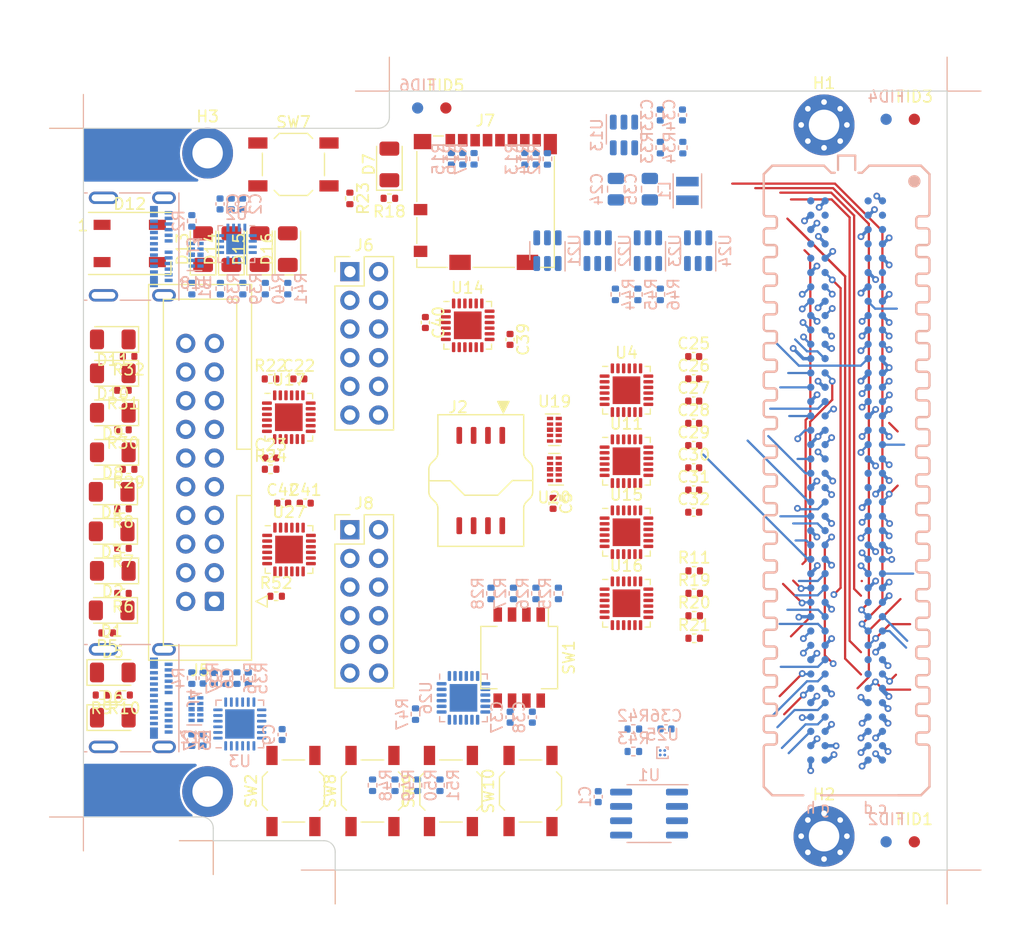
<source format=kicad_pcb>
(kicad_pcb (version 20221018) (generator pcbnew)
  (title_block (title "FMC of Basic Peripherals for rocket chips") (date "2023-03-03") (rev "1.0.0") (company "CHIPS Alliance") (comment 1 "Rui Huang (2023-02-28)") (comment 2 "Rui Huang (2023-03-03)") (comment 4 "Rui Huang (2023-03-03)"))
  (layers (0 "F.Cu" signal) (31 "B.Cu" signal) (34 "B.Paste" user) (35 "F.Paste" user) (36 "B.SilkS" user "B.Silkscreen") (37 "F.SilkS" user "F.Silkscreen") (38 "B.Mask" user) (39 "F.Mask" user) (44 "Edge.Cuts" user))
  (net 0 "")
  (net 1 "Net-(U2-VTRM)")
  (net 3 "Net-(D12-DIN)")
  (net 4 "Net-(D13-K)")
  (net 5 "Net-(D14-K)")
  (net 6 "Net-(D14-A)")
  (net 7 "Net-(D15-K)")
  (net 8 "Net-(D15-A)")
  (net 9 "Net-(D16-K)")
  (net 10 "Net-(D16-A)")
  (net 11 "/FMC/JTAG.~{TRST}")
  (net 12 "/FMC/JTAG.~{SRST}")
  (net 13 "/FMC/JTAG.TMS")
  (net 14 "/FMC/JTAG.TDO")
  (net 18 "/FMC/JTAG.TDI")
  (net 19 "/FMC/JTAG.TCK")
  (net 20 "/FMC/USB_FS.DET")
  (net 21 "/FMC/USB_FS.CON")
  (net 22 "/FMC/USB_FS.~{OE}")
  (net 23 "/FMC/USB_FS.RCV")
  (net 24 "/FMC/USB_FS.VP")
  (net 25 "/FMC/USB_FS.VM")
  (net 28 "/FMC/USB_FS.SPD")
  (net 29 "unconnected-(J1B-d24-PadD24)")
  (net 30 "/FMC/USB_FS.SUS")
  (net 31 "/FMC/UART.TXD")
  (net 32 "unconnected-(J1B-d29-PadD29)")
  (net 33 "unconnected-(J1B-d33-PadD33)")
  (net 34 "unconnected-(J1B-d34-PadD34)")
  (net 36 "unconnected-(J1C-g3-PadG3)")
  (net 37 "/FMC/UART.RXD")
  (net 38 "/FMC/UART.~{RTS}")
  (net 39 "/FMC/UART.~{CTS}")
  (net 40 "/FMC/UART.~{DSR}")
  (net 41 "/FMC/UART.~{DTR}")
  (net 42 "/FMC/UART.~{DCD}")
  (net 43 "/FMC/UART.~{RI}")
  (net 44 "/FMC/WS2812")
  (net 45 "/FMC/I3C.SCL")
  (net 46 "/FMC/I3C.SDA")
  (net 47 "/FMC/GPIO0")
  (net 48 "/FMC/GPIO1")
  (net 49 "/FMC/GPIO2")
  (net 50 "/FMC/GPIO3")
  (net 51 "/FMC/GPIO4")
  (net 52 "/FMC/GPIO5")
  (net 53 "/FMC/GPIO6")
  (net 54 "/FMC/GPIO7")
  (net 55 "/FMC/GPIO8")
  (net 56 "/FMC/GPIO9")
  (net 57 "/FMC/GPIO10")
  (net 58 "/FMC/GPIO11")
  (net 59 "unconnected-(J1D-h1-PadH1)")
  (net 60 "unconnected-(J1D-h4-PadH4)")
  (net 62 "/FMC/GPIO12")
  (net 63 "/FMC/GPIO13")
  (net 64 "Net-(U2-VBUS)")
  (net 65 "Net-(D8-K)")
  (net 66 "/GPIO/HVGPIO24")
  (net 67 "Net-(D9-K)")
  (net 68 "/GPIO/HVGPIO25")
  (net 69 "Net-(D10-K)")
  (net 70 "/GPIO/HVGPIO26")
  (net 71 "Net-(D11-K)")
  (net 72 "/FMC/GPIO14")
  (net 73 "/FMC/GPIO15")
  (net 74 "/FMC/GPIO16")
  (net 75 "/FMC/GPIO17")
  (net 76 "/FMC/GPIO18")
  (net 77 "/FMC/GPIO19")
  (net 78 "/FMC/GPIO20")
  (net 79 "/FMC/GPIO21")
  (net 80 "/FMC/GPIO22")
  (net 81 "/FMC/GPIO23")
  (net 82 "/FMC/SPI_FLASH.~{CS}")
  (net 83 "/FMC/SPI_FLASH.DO")
  (net 84 "3P3VAUX")
  (net 85 "GND")
  (net 86 "Net-(U3-VPP)")
  (net 87 "/FMC/SPI_FLASH.~{WP}")
  (net 88 "/FMC/SPI_FLASH.~{HOLD}")
  (net 89 "Net-(U13-SW)")
  (net 90 "Net-(U13-BST)")
  (net 91 "Net-(U13-FB)")
  (net 92 "Net-(D1-K)")
  (net 93 "/UART/HVGPIO20")
  (net 94 "Net-(D2-K)")
  (net 95 "/UART/HVGPIO21")
  (net 96 "Net-(D3-K)")
  (net 97 "/UART/HVGPIO22")
  (net 98 "Net-(D4-K)")
  (net 99 "/UART/HVGPIO23")
  (net 100 "Net-(D5-K)")
  (net 101 "Net-(D5-A)")
  (net 102 "Net-(D6-K)")
  (net 103 "Net-(D6-A)")
  (net 104 "Net-(D7-K)")
  (net 105 "/GPIO/HVGPIO16")
  (net 106 "/GPIO/HVGPIO27")
  (net 107 "/GPIO/HVGPIO17")
  (net 108 "/FMC/GPIO24")
  (net 109 "/GPIO/HVGPIO18")
  (net 110 "/FMC/GPIO25")
  (net 111 "/GPIO/HVGPIO19")
  (net 112 "/FMC/GPIO26")
  (net 113 "/FMC/SCL")
  (net 114 "/FMC/SDA")
  (net 115 "/FMC/GA0")
  (net 116 "Net-(J1B-d30)")
  (net 117 "/FMC/GA1")
  (net 118 "/FMC/SPI_FLASH.CLK")
  (net 119 "/FMC/SPI_FLASH.DI")
  (net 120 "/FMC/SDIO.DAT0")
  (net 121 "/FMC/SDIO.DAT1")
  (net 122 "/FMC/SDIO.DAT2")
  (net 123 "/FMC/SDIO.DAT3")
  (net 126 "/USB/D+")
  (net 127 "/USB/D-")
  (net 138 "Net-(U3-VBUS)")
  (net 139 "Net-(J3-CC1)")
  (net 140 "Net-(J3-CC2)")
  (net 141 "Net-(J4-VBUS-PadA4)")
  (net 147 "Net-(J4-CC1)")
  (net 152 "/FMC/SDIO.CMD")
  (net 153 "/JTAG/TDI")
  (net 154 "/JTAG/TMS")
  (net 155 "/JTAG/TCK")
  (net 157 "/JTAG/TDO")
  (net 158 "/FMC/SDIO.CLK")
  (net 161 "/GPIO/HVGPIO0")
  (net 162 "/GPIO/HVGPIO1")
  (net 163 "/GPIO/HVGPIO2")
  (net 164 "/GPIO/HVGPIO3")
  (net 165 "/GPIO/HVGPIO4")
  (net 166 "/GPIO/HVGPIO5")
  (net 167 "/GPIO/HVGPIO6")
  (net 168 "/GPIO/HVGPIO7")
  (net 169 "/SDIO/SD_DAT2")
  (net 170 "/SDIO/SD_DAT3")
  (net 171 "/SDIO/SD_CMD")
  (net 172 "/SDIO/SD_CLK")
  (net 173 "/SDIO/SD_DAT0")
  (net 174 "/SDIO/SD_DAT1")
  (net 175 "Net-(J7-DET_A)")
  (net 176 "/GPIO/HVGPIO8")
  (net 177 "/GPIO/HVGPIO9")
  (net 178 "/GPIO/HVGPIO10")
  (net 179 "/GPIO/HVGPIO11")
  (net 180 "/GPIO/HVGPIO12")
  (net 181 "/GPIO/HVGPIO13")
  (net 182 "/GPIO/HVGPIO14")
  (net 183 "/GPIO/HVGPIO15")
  (net 184 "/FMC/GPIO27")
  (net 185 "Net-(U14-SEL)")
  (net 186 "/FMC/GPIO28")
  (net 187 "/FMC/GPIO29")
  (net 188 "/FMC/GPIO30")
  (net 189 "Net-(U17-SEL)")
  (net 190 "/JTAG/~{TRST}")
  (net 191 "Net-(U12-IO3)")
  (net 193 "/JTAG/~{SRST}")
  (net 194 "Net-(U23-B)")
  (net 195 "Net-(U22-B)")
  (net 196 "Net-(U24-B)")
  (net 197 "/UART/~{SUSP}")
  (net 198 "/UART/SUSP")
  (net 205 "/FMC/GPIO31")
  (net 212 "Net-(U11-SEL)")
  (net 225 "Net-(U4-SEL)")
  (net 232 "Net-(U15-SEL)")
  (net 241 "Net-(U12-IO4)")
  (net 242 "Net-(J4-CC2)")
  (net 243 "Net-(U3-~{RST})")
  (net 256 "VADJ")
  (net 257 "Net-(U16-SEL)")
  (net 258 "3P3V")
  (net 259 "12P0V")
  (net 260 "5P0V")
  (net 261 "/GPIO/HVGPIO28")
  (net 262 "/GPIO/HVGPIO29")
  (net 263 "/GPIO/HVGPIO30")
  (net 264 "/GPIO/HVGPIO31")
  (net 265 "Net-(U26-CLKA)")
  (net 274 "Net-(U27-SEL)")
  (footprint "Package_DFN_QFN:WQFN-24-1EP_4x4mm_P0.5mm_EP2.45x2.45mm" (layer "F.Cu") (at 96.843703 107.359968)
    (fp_text reference "U16")
    (fp_text value "TXS02612RTWR")
  )
  (footprint "Package_SON:USON-10_2.5x1.0mm_P0.5mm" (layer "F.Cu") (at 90.458703 95.489968 180)
    (fp_text reference "U20")
    (fp_text value "TPD4E02B04DQA")
  )
  (footprint "Resistor_SMD:R_0402_1005Metric" (layer "F.Cu") (at 50.343703 115.489968 180)
    (fp_text reference "R9")
    (fp_text value "10k")
  )
  (footprint "Resistor_SMD:R_0402_1005Metric" (layer "F.Cu") (at 52.743703 95.489969 180)
    (fp_text reference "R29")
    (fp_text value "10k")
  )
  (footprint "Resistor_SMD:R_0402_1005Metric" (layer "F.Cu") (at 52.243703 106.489969 180)
    (fp_text reference "R6")
    (fp_text value "10k")
  )
  (footprint "Capacitor_SMD:C_0402_1005Metric" (layer "F.Cu") (at 90.343703 98.509968 -90)
    (fp_text reference "C5")
    (fp_text value "100n")
  )
  (footprint "Capacitor_SMD:C_0402_1005Metric" (layer "F.Cu") (at 102.798703 99.297468)
    (fp_text reference "C32")
    (fp_text value "100n")
  )
  (footprint "Package_DFN_QFN:WQFN-24-1EP_4x4mm_P0.5mm_EP2.45x2.45mm" (layer "F.Cu") (at 96.843703 88.489968)
    (fp_text reference "U4")
    (fp_text value "TXS02612RTWR")
  )
  (footprint "LED_SMD:LED_1206_3216Metric" (layer "F.Cu") (at 51.343703 93.989969 180)
    (fp_text reference "D8")
    (fp_text value "NCD1206Y1")
  )
  (footprint "Resistor_SMD:R_0402_1005Metric" (layer "F.Cu") (at 52.243703 91.989969 180)
    (fp_text reference "R30")
    (fp_text value "10k")
  )
  (footprint "Capacitor_SMD:C_0402_1005Metric" (layer "F.Cu") (at 86.531203 83.989968 -90)
    (fp_text reference "C39")
    (fp_text value "100n")
  )
  (footprint "LED_SMD:LED_1206_3216Metric" (layer "F.Cu") (at 51.343703 113.489968)
    (fp_text reference "D5")
    (fp_text value "NCD1206O1")
  )
  (footprint "Resistor_SMD:R_0402_1005Metric" (layer "F.Cu") (at 102.843703 104.489968)
    (fp_text reference "R11")
    (fp_text value "10k")
  )
  (footprint "Resistor_SMD:R_0402_1005Metric" (layer "F.Cu") (at 52.243703 102.489969 180)
    (fp_text reference "R7")
    (fp_text value "10k")
  )
  (footprint "Package_DFN_QFN:WQFN-24-1EP_4x4mm_P0.5mm_EP2.45x2.45mm" (layer "F.Cu") (at 82.781203 82.739968)
    (fp_text reference "U14")
    (fp_text value "TXS02612RTWR")
  )
  (footprint "Resistor_SMD:R_0402_1005Metric" (layer "F.Cu") (at 75.843703 71.489968 180)
    (fp_text reference "R18")
    (fp_text value "10k")
  )
  (footprint "CHIPSAlliance_Connector:ACA-SPI-004" (layer "F.Cu") (at 83.938703 96.489968)
    (fp_text reference "J2")
    (fp_text value "ACA-SPI-004-K02")
  )
  (footprint "Button_Switch_SMD:SW_SPST_TL3342" (layer "F.Cu") (at 67.343703 68.489968)
    (fp_text reference "SW7")
    (fp_text value "TL3342F160QG")
  )
  (footprint "LED_SMD:LED_1206_3216Metric" (layer "F.Cu") (at 51.243703 107.989969 180)
    (fp_text reference "D1")
    (fp_text value "NCD1206Y1")
  )
  (footprint "Resistor_SMD:R_0402_1005Metric" (layer "F.Cu") (at 52.743703 85.489969 180)
    (fp_text reference "R32")
    (fp_text value "10k")
  )
  (footprint "Resistor_SMD:R_0402_1005Metric" (layer "F.Cu") (at 65.313703 87.489968)
    (fp_text reference "R22")
    (fp_text value "10k")
  )
  (footprint "Package_DFN_QFN:WQFN-24-1EP_4x4mm_P0.5mm_EP2.45x2.45mm" (layer "F.Cu") (at 96.843703 101.069968)
    (fp_text reference "U15")
    (fp_text value "TXS02612RTWR")
  )
  (footprint "LED_SMD:LED_1206_3216Metric" (layer "F.Cu") (at 64.343703 75.989968 90)
    (fp_text reference "D15")
    (fp_text value "NCD1206O1")
  )
  (footprint "LED_SMD:LED_1206_3216Metric" (layer "F.Cu") (at 51.343702 86.989969 180)
    (fp_text reference "D10")
    (fp_text value "NCD1206Y1")
  )
  (footprint "Capacitor_SMD:C_0402_1005Metric" (layer "F.Cu") (at 102.798703 91.417468)
    (fp_text reference "C28")
    (fp_text value "100n")
  )
  (footprint "Package_DFN_QFN:WQFN-24-1EP_4x4mm_P0.5mm_EP2.45x2.45mm" (layer "F.Cu") (at 96.843703 94.779968)
    (fp_text reference "U11")
    (fp_text value "TXS02612RTWR")
  )
  (footprint "Connector_Card:microSD_HC_Molex_104031-0811" (layer "F.Cu") (at 84.343703 71.789968)
    (fp_text reference "J7")
    (fp_text value "MOLEX 1040310811")
  )
  (footprint "Capacitor_SMD:C_0402_1005Metric" (layer "F.Cu") (at 65.323703 94.489968)
    (fp_text reference "C23")
    (fp_text value "100n")
  )
  (footprint "Capacitor_SMD:C_0402_1005Metric" (layer "F.Cu") (at 67.823703 87.489968)
    (fp_text reference "C22")
    (fp_text value "100n")
  )
  (footprint "Capacitor_SMD:C_0402_1005Metric" (layer "F.Cu") (at 102.798703 89.447468)
    (fp_text reference "C27")
    (fp_text value "100n")
  )
  (footprint "Connector_PinHeader_2.54mm:PinHeader_2x06_P2.54mm_Vertical" (layer "F.Cu") (at 72.343703 100.844968)
    (fp_text reference "J8")
    (fp_text value "PM2.54-2x6")
  )
  (footprint "LED_SMD:LED_1206_3216Metric" (layer "F.Cu") (at 51.243702 97.489969 180)
    (fp_text reference "D4")
    (fp_text value "NCD1206Y1")
  )
  (footprint "Capacitor_SMD:C_0402_1005Metric" (layer "F.Cu") (at 102.798703 85.507468)
    (fp_text reference "C25")
    (fp_text value "100n")
  )
  (footprint "Capacitor_SMD:C_0402_1005Metric" (layer "F.Cu") (at 79.031203 82.489968 -90)
    (fp_text reference "C40")
    (fp_text value "100n")
  )
  (footprint "Package_SON:USON-10_2.5x1.0mm_P0.5mm" (layer "F.Cu") (at 90.458703 91.989968)
    (fp_text reference "U19")
    (fp_text value "TPD4E02B04DQA")
  )
  (footprint "Button_Switch_SMD:SW_SPST_TL3342" (layer "F.Cu") (at 67.343703 123.989968 90)
    (fp_text reference "SW2")
    (fp_text value "TL3342F160QG")
  )
  (footprint "Resistor_SMD:R_0402_1005Metric" (layer "F.Cu") (at 102.843703 106.479968)
    (fp_text reference "R19")
    (fp_text value "10k")
  )
  (footprint "Resistor_SMD:R_0402_1005Metric" (layer "F.Cu") (at 65.323703 95.489968)
    (fp_text reference "R24")
    (fp_text value "47k")
  )
  (footprint "Package_DFN_QFN:WQFN-24-1EP_4x4mm_P0.5mm_EP2.45x2.45mm" (layer "F.Cu") (at 66.933703 90.879968)
    (fp_text reference "U17")
    (fp_text value "TXS02612RTWR")
  )
  (footprint "LED_SMD:LED_1206_3216Metric" (layer "F.Cu") (at 51.343703 104.489968 180)
    (fp_text reference "D2")
    (fp_text value "NCD1206Y1")
  )
  (footprint "Fiducial:Fiducial_1mm_Mask2mm" (layer "F.Cu") (at 122.343703 64.489968)
    (fp_text reference "FID3")
    (fp_text value "1mm")
  )
  (footprint "Button_Switch_SMD:SW_DIP_SPSTx04_Slide_KingTek_DSHP04TS_W7.62mm_P1.27mm" (layer "F.Cu") (at 87.343703 112.171024 -90)
    (fp_text reference "SW1")
    (fp_text value "DSHP04TSGET")
  )
  (footprint "Capacitor_SMD:C_0402_1005Metric" (layer "F.Cu") (at 102.798703 93.387468)
    (fp_text reference "C29")
    (fp_text value "100n")
  )
  (footprint "LED_SMD:LED_1206_3216Metric" (layer "F.Cu") (at 59.343703 75.989968 90)
    (fp_text reference "D13")
    (fp_text value "NCD1206O1")
  )
  (footprint "MountingHole:MountingHole_2.7mm_M2.5_ISO14580_Pad" (layer "F.Cu") (at 59.743672 67.48997)
    (fp_text reference "H3")
    (fp_text value "M2.5")
  )
  (footprint "LED_SMD:LED_1206_3216Metric" (layer "F.Cu") (at 51.343703 117.489968)
    (fp_text reference "D6")
    (fp_text value "NCD1206O1")
  )
  (footprint "MountingHole:MountingHole_2.7mm_M2.5_ISO14580_Pad" (layer "F.Cu") (at 59.743672 124.039999)
    (fp_text reference "H4" hide)
    (fp_text value "M2.5")
  )
  (footprint "Capacitor_SMD:C_0402_1005Metric" (layer "F.Cu") (at 102.798703 87.477468)
    (fp_text reference "C26")
    (fp_text value "100n")
  )
  (footprint "Capacitor_SMD:C_0402_1005Metric" (layer "F.Cu") (at 102.798703 95.357468)
    (fp_text reference "C30")
    (fp_text value "100n")
  )
  (footprint "Resistor_SMD:R_0402_1005Metric" (layer "F.Cu") (at 102.843703 108.469968)
    (fp_text reference "R20")
    (fp_text value "10k")
  )
  (footprint "LED_SMD:LED_1206_3216Metric" (layer "F.Cu") (at 51.343703 83.989968 180)
    (fp_text reference "D11")
    (fp_text value "NCD1206Y1")
  )
  (footprint "LED_SMD:LED_1206_3216Metric" (layer "F.Cu") (at 51.243702 100.989968 180)
    (fp_text reference "D3")
    (fp_text value "NCD1206Y1")
  )
  (footprint "Button_Switch_SMD:SW_SPST_TL3342" (layer "F.Cu") (at 81.293703 123.989968 90)
    (fp_text reference "SW9")
    (fp_text value "TL3342F160QG")
  )
  (footprint "LED_SMD:LED_1206_3216Metric" (layer "F.Cu") (at 66.843703 75.989968 90)
    (fp_text reference "D16")
    (fp_text value "NCD1206O1")
  )
  (footprint "Connector_PinHeader_2.54mm:PinHeader_2x06_P2.54mm_Vertical" (layer "F.Cu") (at 72.343703 77.984968)
    (fp_text reference "J6")
    (fp_text value "PM2.54-2x6")
  )
  (footprint "Resistor_SMD:R_0402_1005Metric" (layer "F.Cu") (at 52.243703 98.989969 180)
    (fp_text reference "R8")
    (fp_text value "10k")
  )
  (footprint "Button_Switch_SMD:SW_SPST_TL3342" (layer "F.Cu") (at 74.343703 123.989968 90)
    (fp_text reference "SW8")
    (fp_text value "TL3342F160QG")
  )
  (footprint "Resistor_SMD:R_0402_1005Metric" (layer "F.Cu") (at 72.343703 71.499968 -90)
    (fp_text reference "R23")
    (fp_text value "47k")
  )
  (footprint "Capacitor_SMD:C_0402_1005Metric" (layer "F.Cu") (at 68.391203 98.489968)
    (fp_text reference "C41")
    (fp_text value "100n")
  )
  (footprint "Capacitor_SMD:C_0402_1005Metric" (layer "F.Cu") (at 66.391203 98.489968)
    (fp_text reference "C42")
    (fp_text value "100n")
  )
  (footprint "Connector_IDC:IDC-Header_2x10_P2.54mm_Vertical" (layer "F.Cu") (at 60.343703 107.194968 180)
    (fp_text reference "J5")
    (fp_text value "Conn_JTAG_20")
  )
  (footprint "Resistor_SMD:R_0402_1005Metric" (layer "F.Cu") (at 52.243703 88.489969 180)
    (fp_text reference "R31")
    (fp_text value "10k")
  )
  (footprint "MountingHole:MountingHole_2.7mm_M2.5_Pad_Via" (layer "F.Cu") (at 114.343703 127.990002)
    (fp_text reference "H2")
    (fp_text value "M2.5")
  )
  (footprint "MountingHole:MountingHole_2.7mm_M2.5_Pad_Via" (layer "F.Cu") (at 114.343703 64.989968)
    (fp_text reference "H1")
    (fp_text value "M2.5")
  )
  (footprint "LED_SMD:LED_1206_3216Metric" (layer "F.Cu") (at 75.843703 68.489968 90)
    (fp_text reference "D7")
    (fp_text value "NCD1206Y1")
  )
  (footprint "Resistor_SMD:R_0402_1005Metric" (layer "F.Cu") (at 52.343703 115.489968 180)
    (fp_text reference "R10")
    (fp_text value "10k")
  )
  (footprint "LED_SMD:LED_WS2812B_PLCC4_5.0x5.0mm_P3.2mm" (layer "F.Cu") (at 52.843703 75.489968)
    (fp_text reference "D12")
    (fp_text value "WS2812B")
  )
  (footprint "LED_SMD:LED_1206_3216Metric" (layer "F.Cu") (at 61.843703 75.989968 90)
    (fp_text reference "D14")
    (fp_text value "NCD1206O1")
  )
  (footprint "Resistor_SMD:R_0402_1005Metric" (layer "F.Cu") (at 102.843703 110.459968)
    (fp_text reference "R21")
    (fp_text value "10k")
  )
  (footprint "Resistor_SMD:R_0402_1005Metric" (layer "F.Cu") (at 50.843703 109.989968 180)
    (fp_text reference "R5")
    (fp_text value "10k")
  )
  (footprint "Package_DFN_QFN:WQFN-24-1EP_4x4mm_P0.5mm_EP2.45x2.45mm" (layer "F.Cu") (at 66.953703 102.599968)
    (fp_text reference "U27")
    (fp_text value "TXS02612RTWR")
  )
  (footprint "LED_SMD:LED_1206_3216Metric" (layer "F.Cu") (at 51.343703 90.489968 180)
    (fp_text reference "D9")
    (fp_text value "NCD1206Y1")
  )
  (footprint "Fiducial:Fiducial_1mm_Mask2mm" (layer "F.Cu") (at 80.843703 63.489968)
    (fp_text reference "FID5")
    (fp_text value "1mm")
  )
  (footprint "Resistor_SMD:R_0402_1005Metric" (layer "F.Cu") (at 65.811203 106.739968)
    (fp_text reference "R52")
    (fp_text value "10k")
  )
  (footprint "Button_Switch_SMD:SW_SPST_TL3342" (layer "F.Cu") (at 88.343703 123.989968 90)
    (fp_text reference "SW10")
    (fp_text value "TL3342F160QG")
  )
  (footprint "Fiducial:Fiducial_1mm_Mask2mm" (layer "F.Cu") (at 122.343703 128.489968)
    (fp_text reference "FID1")
    (fp_text value "1mm")
  )
  (footprint "Capacitor_SMD:C_0402_1005Metric" (layer "F.Cu") (at 102.798703 97.327468)
    (fp_text reference "C31")
    (fp_text value "100n")
  )
  (footprint "Resistor_SMD:R_0402_1005Metric" (layer "B.Cu") (at 63.343703 113.999968 90)
    (fp_text reference "R35")
    (fp_text value "5.1k")
  )
  (footprint "Resistor_SMD:R_0402_1005Metric" (layer "B.Cu") (at 88.843703 67.989968 -90)
    (fp_text reference "R14")
    (fp_text value "47k")
  )
  (footprint "Fiducial:Fiducial_1mm_Mask2mm" (layer "B.Cu") (at 119.843703 64.489968 180)
    (fp_text reference "FID4")
    (fp_text value "1mm")
  )
  (footprint "Capacitor_SMD:C_0402_1005Metric" (layer "B.Cu") (at 94.343703 124.489968 -90)
    (fp_text reference "C1")
    (fp_text value "100n")
  )
  (footprint "Package_SON:USON-10_2.5x1.0mm_P0.5mm" (layer "B.Cu") (at 58.728703 76.489968)
    (fp_text reference "U18")
    (fp_text value "TPD4E02B04DQA")
  )
  (footprint "Resistor_SMD:R_0402_1005Metric" (layer "B.Cu") (at 95.863703 79.999968 90)
    (fp_text reference "R44")
    (fp_text value "10k")
  )
  (footprint "Capacitor_SMD:C_0402_1005Metric" (layer "B.Cu") (at 59.343703 113.989968 90)
    (fp_text reference "C8")
    (fp_text value "100n")
  )
  (footprint "Resistor_SMD:R_0402_1005Metric" (layer "B.Cu") (at 99.843703 79.999968 90)
    (fp_text reference "R46")
    (fp_text value "10k")
  )
  (footprint "Resistor_SMD:R_0402_1005Metric" (layer "B.Cu") (at 97.453703 118.499968 180)
    (fp_text reference "R42")
    (fp_text value "10k")
  )
  (footprint "Package_TO_SOT_SMD:SOT-23-6" (layer "B.Cu") (at 103.193704 76.127468 90)
    (fp_text reference "U24")
    (fp_text value "AIP74LVC1T45GB236TR")
  )
  (footprint "Capacitor_SMD:C_0402_1005Metric" (layer "B.Cu") (at 86.536203 117.449968 -90)
    (fp_text reference "C37")
    (fp_text value "100n")
  )
  (footprint "Resistor_SMD:R_0402_1005Metric" (layer "B.Cu") (at 97.453703 120.489968 180)
    (fp_text reference "R43")
    (fp_text value "10k")
  )
  (footprint "CHIPSAlliance_Connector:Samtec_FMC_ASP-134604-01_4x40_P1.27mm" (layer "B.Cu") (at 116.343703 96.480968 90)
    (fp_text reference "J1" hide)
    (fp_text value "SAMTEC_ASP-134604-01" hide)
  )
  (footprint "Package_TO_SOT_SMD:SOT-23-6" (layer "B.Cu") (at 94.293703 76.127468 90)
    (fp_text reference "U22")
    (fp_text value "AIP74LVC1T45GB236TR")
  )
  (footprint "Resistor_SMD:R_0402_1005Metric" (layer "B.Cu") (at 61.343703 113.989968 -90)
    (fp_text reference "R37")
    (fp_text value "47k")
  )
  (footprint "Package_TO_SOT_SMD:SOT-23-6" (layer "B.Cu") (at 96.623702 65.879968 -90)
    (fp_text reference "U13")
    (fp_text value "MT2492")
  )
  (footprint "Connector_USB:USB_C_Receptacle_Molex_105450-0101" (layer "B.Cu") (at 53.073703 75.764968 90)
    (fp_text reference "J3")
    (fp_text value "USB_C_Receptacle")
  )
  (footprint "Resistor_SMD:R_0402_1005Metric" (layer "B.Cu") (at 66.843703 79.489968 90)
    (fp_text reference "R41")
    (fp_text value "15k")
  )
  (footprint "CHIPSAlliance_Sensor:WLP4_N40P2X2_80X80X52N" (layer "B.Cu") (at 100.033703 120.599968 180)
    (fp_text reference "U25")
    (fp_text value "MMC5603NJ")
  )
  (footprint "Capacitor_SMD:C_0402_1005Metric" (layer "B.Cu") (at 66.343703 118.989968 -90)
    (fp_text reference "C9")
    (fp_text value "4.7u")
  )
  (footprint "Capacitor_SMD:C_0402_1005Metric" (layer "B.Cu") (at 99.833702 64.109968 -90)
    (fp_text reference "C33")
    (fp_text value "22n")
  )
  (footprint "Resistor_SMD:R_0402_1005Metric" (layer "B.Cu") (at 64.853702 79.489968 90)
    (fp_text reference "R40")
    (fp_text value "15k")
  )
  (footprint "Resistor_SMD:R_0402_1005Metric" (layer "B.Cu") (at 99.843703 66.999968 -90)
    (fp_text reference "R33")
    (fp_text value "110k 1%")
  )
  (footprint "Package_SON:USON-10_2.5x1.0mm_P0.5mm" (layer "B.Cu") (at 58.708703 116.739968)
    (fp_text reference "U12")
    (fp_text value "TPD4E02B04DQA")
  )
  (footprint "Resistor_SMD:R_0402_1005Metric" (layer "B.Cu") (at 90.813703 106.489968 -90)
    (fp_text reference "R25")
    (fp_text value "10k")
  )
  (footprint "Resistor_SMD:R_0402_1005Metric" (layer "B.Cu") (at 62.863703 79.489968 90)
    (fp_text reference "R39")
    (fp_text value "15k")
  )
  (footprint "Capacitor_SMD:C_0402_1005Metric" (layer "B.Cu") (at 88.506203 117.449968 -90)
    (fp_text reference "C38")
    (fp_text value "100n")
  )
  (footprint "Capacitor_SMD:C_0402_1005Metric" (layer "B.Cu") (at 100.343703 118.489968 180)
    (fp_text reference "C36")
    (fp_text value "0.1u")
  )
  (footprint "Resistor_SMD:R_0402_1005Metric" (layer "B.Cu") (at 81.343703 67.989968 -90)
    (fp_text reference "R15")
    (fp_text value "47k")
  )
  (footprint "Resistor_SMD:R_0402_1005Metric" (layer "B.Cu") (at 84.843703 106.489968 -90)
    (fp_text reference "R28")
    (fp_text value "10k")
  )
  (footprint "Capacitor_SMD:C_0402_1005Metric" (layer "B.Cu") (at 60.843703 71.989968 90)
    (fp_text reference "C3")
    (fp_text value "1u")
  )
  (footprint "Resistor_SMD:R_0402_1005Metric" (layer "B.Cu") (at 58.343703 113.989968 -90)
    (fp_text reference "R4")
    (fp_text value "5.1k")
  )
  (footprint "Fiducial:Fiducial_1mm_Mask2mm" (layer "B.Cu") (at 119.843703 128.489968 180)
    (fp_text reference "FID2")
    (fp_text value "1mm")
  )
  (footprint "Resistor_SMD:R_0402_1005Metric" (layer "B.Cu") (at 83.343703 67.989968 -90)
    (fp_text reference "R17")
    (fp_text value "47k")
  )
  (footprint "Capacitor_SMD:C_0402_1005Metric" (layer "B.Cu") (at 62.843703 71.989968 90)
    (fp_text reference "C2")
    (fp_text value "100n")
  )
  (footprint "CHIPSAlliance_Interface:QFN_B03EQR_STM" (layer "B.Cu") (at 62.291503 75.542168 180)
    (fp_text reference "U2")
    (fp_text value "STUSB03EQR")
  )
  (footprint "Resistor_SMD:R_0402_1005Metric" (layer "B.Cu") (at 80.323703 123.479968 90)
    (fp_text reference "R51")
    (fp_text value "10k")
  )
  (footprint "Capacitor_SMD:C_0805_2012Metric" (layer "B.Cu") (at 98.913702 70.679968 -90)
    (fp_text reference "C35")
    (fp_text value "22uF")
  )
  (footprint "Resistor_SMD:R_0402_1005Metric" (layer "B.Cu") (at 101.833702 66.999968 -90)
    (fp_text reference "R34")
    (fp_text value "15k 1%")
  )
  (footprint "Resistor_SMD:R_0402_1005Metric" (layer "B.Cu") (at 58.343703 73.489968 -90)
    (fp_text reference "R2")
    (fp_text value "5.1k")
  )
  (footprint "Fiducial:Fiducial_1mm_Mask2mm" (layer "B.Cu") (at 78.343703 63.489968 180)
    (fp_text reference "FID6")
    (fp_text value "1mm")
  )
  (footprint "Resistor_SMD:R_0402_1005Metric" (layer "B.Cu") (at 87.843703 67.989968 -90)
    (fp_text reference "R13")
    (fp_text value "47k")
  )
  (footprint "Resistor_SMD:R_0402_1005Metric" (layer "B.Cu") (at 78.156204 117.177468 -90)
    (fp_text reference "R47")
    (fp_text value "10k")
  )
  (footprint "Capacitor_SMD:C_0805_2012Metric" (layer "B.Cu") (at 95.903702 70.679968 -90)
    (fp_text reference "C24")
    (fp_text value "22uF ±20% 35V")
  )
  (footprint "Resistor_SMD:R_0402_1005Metric" (layer "B.Cu") (at 88.823703 106.489968 -90)
    (fp_text reference "R26")
    (fp_text value "10k")
  )
  (footprint "Resistor_SMD:R_0402_1005Metric" (layer "B.Cu") (at 58.343703 119.489968 90)
    (fp_text reference "R3")
    (fp_text value "5.1k")
  )
  (footprint "Capacitor_SMD:C_0402_1005Metric" (layer "B.Cu") (at 101.803702 64.109968 -90)
    (fp_text reference "C34")
    (fp_text value "22p")
  )
  (footprint "Package_TO_SOT_SMD:SOT-23-6" (layer "B.Cu") (at 89.843703 76.127468 90)
    (fp_text reference "U21")
    (fp_text value "AIP74LVC1T45GB236TR")
  )
  (footprint "Package_SO:SOIC-8_3.9x4.9mm_P1.27mm" (layer "B.Cu") (at 98.843703 125.989968 180)
    (fp_text reference "U1")
    (fp_text value "M24C02-FMN")
  )
  (footprint "Resistor_SMD:R_0402_1005Metric" (layer "B.Cu") (at 97.853704 79.999968 90)
    (fp_text reference "R45")
    (fp_text value "10k")
  )
  (footprint "Resistor_SMD:R_0402_1005Metric" (layer "B.Cu") (at 89.843703 67.999968 -90)
    (fp_text reference "R12")
    (fp_text value "10k")
  )
  (footprint "Inductor_SMD:L_Sunlord_SWPA252012S" (layer "B.Cu") (at 102.238702 70.834968 -90)
    (fp_text reference "L1")
    (fp_text value "4.7uH ±20%  1.6A TFM252012ALMA4R7MTAA")
  )
  (footprint "Resistor_SMD:R_0402_1005Metric" (layer "B.Cu") (at 62.343703 113.989968 90)
    (fp_text reference "R36")
    (fp_text value "24k")
  )
  (footprint "Resistor_SMD:R_0402_1005Metric" (layer "B.Cu") (at 60.873703 79.489969 90)
    (fp_text reference "R38")
    (fp_text value "15k")
  )
  (footprint "Package_DFN_QFN:WQFN-24-1EP_4x4mm_P0.5mm_EP2.45x2.45mm" (layer "B.Cu") (at 82.406203 115.739968 -90)
    (fp_text reference "U26")
    (fp_text value "TXS02612RTWR")
  )
  (footprint "Capacitor_SMD:C_0402_1005Metric" (layer "B.Cu") (at 59.343703 119.489968 -90)
    (fp_text reference "C7")
    (fp_text value "100n")
  )
  (footprint "Resistor_SMD:R_0402_1005Metric" (layer "B.Cu") (at 76.343703 123.479968 90)
    (fp_text reference "R49")
    (fp_text value "10k")
  )
  (footprint "Resistor_SMD:R_0402_1005Metric" (layer "B.Cu") (at 86.833703 106.489968 -90)
    (fp_text reference "R27")
    (fp_text value "10k")
  )
  (footprint "Resistor_SMD:R_0402_1005Metric" (layer "B.Cu") (at 82.343703 67.989968 -90)
    (fp_text reference "R16")
    (fp_text value "47k")
  )
  (footprint "Resistor_SMD:R_0402_1005Metric" (layer "B.Cu") (at 74.353703 123.479968 90)
    (fp_text reference "R48")
    (fp_text value "10k")
  )
  (footprint "Capacitor_SMD:C_0402_1005Metric" (layer "B.Cu") (at 60.343703 114.009968 90)
    (fp_text reference "C6")
    (fp_text value "4.7u")
  )
  (footprint "Capacitor_SMD:C_0402_1005Metric" (layer "B.Cu") (at 61.843703 71.989968 90)
    (fp_text reference "C4")
    (fp_text value "4.7u")
  )
  (footprint "Package_TO_SOT_SMD:SOT-23-6" (layer "B.Cu") (at 98.743704 76.127468 90)
    (fp_text reference "U23")
    (fp_text value "AIP74LVC1T45GB236TR")
  )
  (footprint "Connector_USB:USB_C_Receptacle_Molex_105450-0101" (layer "B.Cu") (at 53.073703 115.764968 90)
    (fp_text reference "J4")
    (fp_text value "USB_C_Receptacle")
  )
  (footprint "Resistor_SMD:R_0402_1005Metric" (layer "B.Cu") (at 78.333703 123.479968 90)
    (fp_text reference "R50")
    (fp_text value "10k")
  )
  (footprint "Package_DFN_QFN:QFN-24-1EP_4x4mm_P0.5mm_EP2.6x2.6mm" (layer "B.Cu") (at 62.593703 118.052468)
    (fp_text reference "U3")
    (fp_text value "CP2104")
  )
  (footprint "Resistor_SMD:R_0402_1005Metric" (layer "B.Cu") (at 58.343703 79.489968 90)
    (fp_text reference "R1")
    (fp_text value "5.1k")
  )
  (gr_line (start 71.0426 130.991129) (end 68.0426 130.991129) (stroke (width 0.1)) (layer "B.SilkS"))
  (gr_line (start 71.0426 130.991129) (end 71.0426 133.991129) (stroke (width 0.1)) (layer "B.SilkS"))
  (gr_line (start 125.24258 61.991137) (end 125.24258 58.991137) (stroke (width 0.1)) (layer "B.SilkS"))
  (gr_line (start 60.242578 128.391139) (end 57.242578 128.391139) (stroke (width 0.1)) (layer "B.SilkS"))
  (gr_line (start 75.84258 61.991137) (end 75.84258 58.991137) (stroke (width 0.1)) (layer "B.SilkS"))
  (gr_line (start 125.24258 61.991137) (end 128.24258 61.991137) (stroke (width 0.1)) (layer "B.SilkS"))
  (gr_line (start 75.84258 61.991137) (end 72.84258 61.991137) (stroke (width 0.1)) (layer "B.SilkS"))
  (gr_line (start 48.742578 65.291139) (end 45.742578 65.291139) (stroke (width 0.1)) (layer "B.SilkS"))
  (gr_line (start 60.242578 128.391139) (end 60.242578 131.391139) (stroke (width 0.1)) (layer "B.SilkS"))
  (gr_line (start 125.24258 130.991139) (end 128.24258 130.991139) (stroke (width 0.1)) (layer "B.SilkS"))
  (gr_line (start 48.742578 65.291139) (end 48.742578 62.291139) (stroke (width 0.1)) (layer "B.SilkS"))
  (gr_line (start 48.742578 126.291138) (end 45.742578 126.291138) (stroke (width 0.1)) (layer "B.SilkS"))
  (gr_line (start 48.742578 126.291138) (end 48.742578 129.291138) (stroke (width 0.1)) (layer "B.SilkS"))
  (gr_line (start 125.24258 130.99114) (end 125.24258 133.99114) (stroke (width 0.1)) (layer "B.SilkS"))
  (gr_line (start 125.24258 61.991137) (end 125.24258 58.991137) (stroke (width 0.1)) (layer "F.SilkS"))
  (gr_line (start 48.742578 65.291139) (end 48.742578 62.291139) (stroke (width 0.1)) (layer "F.SilkS"))
  (gr_line (start 48.742578 65.291139) (end 45.742578 65.291139) (stroke (width 0.1)) (layer "F.SilkS"))
  (gr_line (start 48.742578 126.291138) (end 45.742578 126.291138) (stroke (width 0.1)) (layer "F.SilkS"))
  (gr_line (start 75.84258 61.991137) (end 75.84258 58.991137) (stroke (width 0.1)) (layer "F.SilkS"))
  (gr_line (start 48.742578 126.291138) (end 48.742578 129.291138) (stroke (width 0.1)) (layer "F.SilkS"))
  (gr_line (start 60.242578 128.391139) (end 57.242578 128.391139) (stroke (width 0.1)) (layer "F.SilkS"))
  (gr_line (start 125.24258 61.991137) (end 128.24258 61.991137) (stroke (width 0.1)) (layer "F.SilkS"))
  (gr_line (start 71.0426 130.991129) (end 68.0426 130.991129) (stroke (width 0.1)) (layer "F.SilkS"))
  (gr_line (start 71.0426 130.991129) (end 71.0426 133.991129) (stroke (width 0.1)) (layer "F.SilkS"))
  (gr_line (start 125.24258 130.99114) (end 125.24258 133.99114) (stroke (width 0.1)) (layer "F.SilkS"))
  (gr_line (start 125.24258 130.991139) (end 128.24258 130.991139) (stroke (width 0.1)) (layer "F.SilkS"))
  (gr_line (start 75.84258 61.991137) (end 72.84258 61.991137) (stroke (width 0.1)) (layer "F.SilkS"))
  (gr_line (start 60.242578 128.391139) (end 60.242578 131.391139) (stroke (width 0.1)) (layer "F.SilkS"))
  (gr_line (start 60.243656 128.390012) (end 60.243656 127.290013) (stroke (width 0.1)) (layer "Edge.Cuts"))
  (gr_line (start 48.743656 126.290015) (end 48.743656 65.290013) (stroke (width 0.1)) (layer "Edge.Cuts"))
  (gr_line (start 75.843658 61.990012) (end 125.243658 61.990012) (stroke (width 0.1)) (layer "Edge.Cuts"))
  (gr_line (start 71.043657 130.990013) (end 71.043657 129.390012) (stroke (width 0.1)) (layer "Edge.Cuts"))
  (gr_line (start 75.843658 64.290012) (end 75.843658 61.990012) (stroke (width 0.1)) (layer "Edge.Cuts"))
  (gr_arc (start 70.043657 128.390012) (mid 70.750764 128.682905) (end 71.043657 129.390012) (stroke (width 0.1)) (layer "Edge.Cuts"))
  (gr_line (start 48.743656 126.290015) (end 59.243658 126.290015) (stroke (width 0.1)) (layer "Edge.Cuts"))
  (gr_arc (start 75.843658 64.290012) (mid 75.550764 64.997119) (end 74.843657 65.290013) (stroke (width 0.1)) (layer "Edge.Cuts"))
  (gr_arc (start 59.243658 126.290015) (mid 59.950763 126.582908) (end 60.243656 127.290013) (stroke (width 0.1)) (layer "Edge.Cuts"))
  (gr_line (start 48.743656 65.290013) (end 74.843657 65.290013) (stroke (width 0.1)) (layer "Edge.Cuts"))
  (gr_line (start 71.043657 130.990013) (end 125.243658 130.990013) (stroke (width 0.1)) (layer "Edge.Cuts"))
  (gr_line (start 60.243656 128.390012) (end 70.043657 128.390012) (stroke (width 0.1)) (layer "Edge.Cuts"))
  (gr_line (start 125.243658 130.990013) (end 125.243658 61.990012) (stroke (width 0.1)) (layer "Edge.Cuts"))
  (segment (start 118.313746 113.889971) (end 117.313745 114.889972) (width 0.2) (layer "F.Cu") (net 0))
  (segment (start 120.113766 91.389972) (end 120.863647 92.139853) (width 0.2) (layer "F.Cu") (net 0))
  (segment (start 118.313746 109.789971) (end 118.313746 113.889971) (width 0.2) (layer "F.Cu") (net 0))
  (segment (start 121.113745 106.989972) (end 118.313746 109.789971) (width 0.2) (layer "F.Cu") (net 0))
  (segment (start 117.687917 105.389972) (end 117.687907 105.389982) (width 0.2) (layer "F.Cu") (net 0))
  (segment (start 117.689923 105.389972) (end 117.687917 105.389972) (width 0.2) (layer "F.Cu") (net 0))
  (via (at 120.113766 83.689972) (size 0.6) (drill 0.3) (layers "F.Cu" "B.Cu") (net 18))
  (segment (start 119.518704 83.145969) (end 119.569763 83.145969) (width 0.2) (layer "B.Cu") (net 18))
  (segment (start 119.569763 83.145969) (end 120.113766 83.689972) (width 0.2) (layer "B.Cu") (net 18))
  (via (at 120.113766 84.889972) (size 0.6) (drill 0.3) (layers "F.Cu" "B.Cu") (net 19))
  (segment (start 119.518704 84.415969) (end 119.992707 84.889972) (width 0.2) (layer "B.Cu") (net 19))
  (segment (start 119.992707 84.889972) (end 120.113766 84.889972) (width 0.2) (layer "B.Cu") (net 19))
  (via (at 120.113766 87.689972) (size 0.6) (drill 0.3) (layers "F.Cu" "B.Cu") (net 20))
  (segment (start 119.488745 88.234972) (end 120.033745 87.689972) (width 0.2) (layer "B.Cu") (net 20))
  (segment (start 120.033745 87.689972) (end 120.113766 87.689972) (width 0.2) (layer "B.Cu") (net 20))
  (via (at 120.128525 88.902361) (size 0.6) (drill 0.3) (layers "F.Cu" "B.Cu") (net 21))
  (segment (start 119.518704 89.495969) (end 119.534917 89.495969) (width 0.2) (layer "B.Cu") (net 21))
  (segment (start 119.534917 89.495969) (end 120.128525 88.902361) (width 0.2) (layer "B.Cu") (net 21))
  (segment (start 119.488745 93.314972) (end 121.438745 93.314972) (width 0.2) (layer "B.Cu") (net 22))
  (via (at 120.113766 95.089972) (size 0.6) (drill 0.3) (layers "F.Cu" "B.Cu") (net 23))
  (segment (start 120.032707 95.089972) (end 120.113766 95.089972) (width 0.2) (layer "B.Cu") (net 23))
  (segment (start 119.518704 94.575969) (end 120.032707 95.089972) (width 0.2) (layer "B.Cu") (net 23))
  (segment (start 120.863647 96.940091) (end 120.113766 97.689972) (width 0.2) (layer "F.Cu") (net 24))
  (via (at 120.113766 97.689972) (size 0.6) (drill 0.3) (layers "F.Cu" "B.Cu") (net 24))
  (segment (start 120.113766 97.769951) (end 120.113766 97.689972) (width 0.2) (layer "B.Cu") (net 24))
  (segment (start 119.488745 98.394972) (end 120.113766 97.769951) (width 0.2) (layer "B.Cu") (net 24))
  (via (at 120.150245 100.300972) (size 0.6) (drill 0.3) (layers "F.Cu" "B.Cu") (net 25))
  (segment (start 120.150245 100.28751) (end 120.150245 100.300972) (width 0.2) (layer "B.Cu") (net 25))
  (segment (start 119.518704 99.655969) (end 120.150245 100.28751) (width 0.2) (layer "B.Cu") (net 25))
  (via (at 120.340745 103.475972) (size 0.6) (drill 0.3) (layers "F.Cu" "B.Cu") (net 28))
  (segment (start 119.518704 103.465969) (end 120.330742 103.465969) (width 0.2) (layer "B.Cu") (net 28))
  (segment (start 120.330742 103.465969) (end 120.340745 103.475972) (width 0.2) (layer "B.Cu") (net 28))
  (via (at 117.613745 101.589972) (size 0.6) (drill 0.3) (layers "F.Cu" "B.Cu") (net 29))
  (segment (start 117.613745 101.560928) (end 117.613745 101.589972) (width 0.2) (layer "B.Cu") (net 29))
  (segment (start 118.248704 100.925969) (end 117.613745 101.560928) (width 0.2) (layer "B.Cu") (net 29))
  (segment (start 119.518704 104.735969) (end 122.235742 104.735969) (width 0.2) (layer "B.Cu") (net 30))
  (segment (start 118.218745 80.614972) (end 118.868744 81.264971) (width 0.2) (layer "B.Cu") (net 31))
  (segment (start 118.868744 81.264971) (end 120.788744 81.264971) (width 0.2) (layer "B.Cu") (net 31))
  (segment (start 117.009492 106.085709) (end 117.613755 106.689972) (width 0.2) (layer "F.Cu") (net 32))
  (segment (start 114.979467 70.989994) (end 117.009492 73.020019) (width 0.2) (layer "F.Cu") (net 32))
  (segment (start 110.472223 70.989994) (end 114.979467 70.989994) (width 0.2) (layer "F.Cu") (net 32))
  (segment (start 117.009492 73.020019) (end 117.009492 106.085709) (width 0.2) (layer "F.Cu") (net 32))
  (segment (start 116.609481 110.685708) (end 117.613745 111.689972) (width 0.2) (layer "F.Cu") (net 33))
  (segment (start 115.013777 71.590004) (end 116.609481 73.185708) (width 0.2) (layer "F.Cu") (net 33))
  (segment (start 116.609481 73.185708) (end 116.609481 110.685708) (width 0.2) (layer "F.Cu") (net 33))
  (segment (start 111.413745 71.590004) (end 115.013777 71.590004) (width 0.2) (layer "F.Cu") (net 33))
  (segment (start 117.613735 113.665477) (end 116.20947 112.261212) (width 0.2) (layer "F.Cu") (net 34))
  (segment (start 116.20947 112.261212) (end 116.20947 78.400849) (width 0.2) (layer "F.Cu") (net 34))
  (segment (start 111.098593 73.289972) (end 116.20947 78.400849) (width 0.2) (layer "F.Cu") (net 34))
  (segment (start 116.20947 78.400849) (end 111.398592 73.589971) (width 0.2) (layer "F.Cu") (net 34))
  (segment (start 114.408745 74.264972) (end 114.408745 74.284972) (width 0.2) (layer "B.Cu") (net 36))
  (via (at 117.713745 82.389972) (size 0.6) (drill 0.3) (layers "F.Cu" "B.Cu") (net 37))
  (segment (start 118.218745 81.884972) (end 117.713745 82.389972) (width 0.2) (layer "B.Cu") (net 37))
  (via (at 117.613745 84.989972) (size 0.6) (drill 0.3) (layers "F.Cu" "B.Cu") (net 38))
  (segment (start 117.653745 84.989972) (end 117.613745 84.989972) (width 0.2) (layer "B.Cu") (net 38))
  (segment (start 118.218745 84.424972) (end 117.653745 84.989972) (width 0.2) (layer "B.Cu") (net 38))
  (segment (start 112.114482 86.314973) (end 110.113745 84.314236) (width 0.2) (layer "B.Cu") (net 39))
  (segment (start 117.598744 86.314973) (end 112.114482 86.314973) (width 0.2) (layer "B.Cu") (net 39))
  (segment (start 118.218745 85.694972) (end 117.598744 86.314973) (width 0.2) (layer "B.Cu") (net 39))
  (via (at 117.713745 88.789972) (size 0.6) (drill 0.3) (layers "F.Cu" "B.Cu") (net 40))
  (segment (start 118.248704 88.225969) (end 117.713745 88.760928) (width 0.2) (layer "B.Cu") (net 40))
  (segment (start 117.713745 88.760928) (end 117.713745 88.789972) (width 0.2) (layer "B.Cu") (net 40))
  (via (at 117.713743 89.989972) (size 0.6) (drill 0.3) (layers "F.Cu" "B.Cu") (net 41))
  (segment (start 118.248704 89.495969) (end 117.754701 89.989972) (width 0.2) (layer "B.Cu") (net 41))
  (segment (start 117.754701 89.989972) (end 117.713743 89.989972) (width 0.2) (layer "B.Cu") (net 41))
  (via (at 117.713745 92.589972) (size 0.6) (drill 0.3) (layers "F.Cu" "B.Cu") (net 42))
  (segment (start 117.713745 92.570928) (end 117.713745 92.589972) (width 0.2) (layer "B.Cu") (net 42))
  (segment (start 118.248704 92.035969) (end 117.713745 92.570928) (width 0.2) (layer "B.Cu") (net 42))
  (via (at 117.613777 94.001764) (size 0.6) (drill 0.3) (layers "F.Cu" "B.Cu") (net 43))
  (segment (start 117.613777 93.940896) (end 117.613777 94.001764) (width 0.2) (layer "B.Cu") (net 43))
  (segment (start 118.248704 93.305969) (end 117.613777 93.940896) (width 0.2) (layer "B.Cu") (net 43))
  (via (at 117.713745 100.189972) (size 0.6) (drill 0.3) (layers "F.Cu" "B.Cu") (net 44))
  (segment (start 118.248704 99.655969) (end 117.714701 100.189972) (width 0.2) (layer "B.Cu") (net 44))
  (segment (start 117.714701 100.189972) (end 117.713745 100.189972) (width 0.2) (layer "B.Cu") (net 44))
  (via (at 117.713735 102.889968) (size 0.6) (drill 0.3) (layers "F.Cu" "B.Cu") (net 45))
  (segment (start 118.248704 103.465969) (end 117.713735 102.931) (width 0.2) (layer "B.Cu") (net 45))
  (segment (start 117.713735 102.931) (end 117.713735 102.889968) (width 0.2) (layer "B.Cu") (net 45))
  (via (at 117.624083 104.0396) (size 0.6) (drill 0.3) (layers "F.Cu" "B.Cu") (net 46))
  (segment (start 118.248704 104.735969) (end 118.248704 104.664219) (width 0.2) (layer "B.Cu") (net 46))
  (segment (start 117.624083 104.0396) (end 118.248704 104.664219) (width 0.2) (layer "B.Cu") (net 46))
  (segment (start 118.248704 104.664219) (end 117.924082 104.339599) (width 0.2) (layer "B.Cu") (net 46))
  (segment (start 115.809459 105.994248) (end 115.213735 106.589972) (width 0.2) (layer "F.Cu") (net 47))
  (segment (start 115.809459 79.450186) (end 115.809459 105.994248) (width 0.2) (layer "F.Cu") (net 47))
  (segment (start 115.070245 78.710972) (end 115.809459 79.450186) (width 0.2) (layer "F.Cu") (net 47))
  (via (at 115.213735 106.589972) (size 0.6) (drill 0.3) (layers "F.Cu" "B.Cu") (net 47))
  (via (at 115.070245 78.710972) (size 0.6) (drill 0.3) (layers "F.Cu" "B.Cu") (net 47))
  (segment (start 115.070245 78.69751) (end 115.070245 78.710972) (width 0.2) (layer "B.Cu") (net 47))
  (segment (start 114.438704 78.065969) (end 115.070245 78.69751) (width 0.2) (layer "B.Cu") (net 47))
  (via (at 115.070247 79.980972) (size 0.6) (drill 0.3) (layers "F.Cu" "B.Cu") (net 48))
  (segment (start 114.438704 79.335969) (end 115.070247 79.967512) (width 0.2) (layer "B.Cu") (net 48))
  (segment (start 115.070247 79.967512) (end 115.070247 79.980972) (width 0.2) (layer "B.Cu") (net 48))
  (via (at 115.070245 81.250972) (size 0.6) (drill 0.3) (layers "F.Cu" "B.Cu") (net 49))
  (segment (start 114.438704 81.875969) (end 115.063701 81.250972) (width 0.2) (layer "B.Cu") (net 49))
  (segment (start 115.063701 81.250972) (end 115.070245 81.250972) (width 0.2) (layer "B.Cu") (net 49))
  (via (at 115.013755 83.689972) (size 0.6) (drill 0.3) (layers "F.Cu" "B.Cu") (net 50))
  (segment (start 114.943745 83.689972) (end 115.013755 83.689972) (width 0.2) (layer "B.Cu") (net 50))
  (segment (start 114.408745 83.154972) (end 114.943745 83.689972) (width 0.2) (layer "B.Cu") (net 50))
  (segment (start 114.408745 85.694972) (end 113.758746 85.044973) (width 0.2) (layer "B.Cu") (net 51))
  (segment (start 112.841144 85.044973) (end 111.786143 83.989972) (width 0.2) (layer "B.Cu") (net 51))
  (segment (start 113.758746 85.044973) (end 112.841144 85.044973) (width 0.2) (layer "B.Cu") (net 51))
  (segment (start 115.070245 87.690015) (end 115.070245 89.333472) (width 0.2) (layer "F.Cu") (net 52))
  (segment (start 113.113745 91.289972) (end 113.113745 108.589993) (width 0.2) (layer "F.Cu") (net 52))
  (segment (start 113.113745 108.589993) (end 111.413745 110.289993) (width 0.2) (layer "F.Cu") (net 52))
  (segment (start 115.070245 89.333472) (end 113.113745 91.289972) (width 0.2) (layer "F.Cu") (net 52))
  (via (at 115.070245 87.690015) (size 0.6) (drill 0.3) (layers "F.Cu" "B.Cu") (net 52))
  (segment (start 115.070245 87.58751) (end 115.070245 87.690015) (width 0.2) (layer "B.Cu") (net 52))
  (segment (start 114.438704 86.955969) (end 115.070245 87.58751) (width 0.2) (layer "B.Cu") (net 52))
  (segment (start 113.8097 90.124973) (end 109.578744 90.124973) (width 0.2) (layer "B.Cu") (net 53))
  (segment (start 114.438704 89.495969) (end 113.8097 90.124973) (width 0.2) (layer "B.Cu") (net 53))
  (via (at 115.19625 90.156011) (size 0.6) (drill 0.3) (layers "F.Cu" "B.Cu") (net 54))
  (segment (start 114.438704 90.765969) (end 115.048662 90.156011) (width 0.2) (layer "B.Cu") (net 54))
  (segment (start 115.048662 90.156011) (end 115.19625 90.156011) (width 0.2) (layer "B.Cu") (net 54))
  (via (at 115.013745 92.689972) (size 0.6) (drill 0.3) (layers "F.Cu" "B.Cu") (net 55))
  (segment (start 115.013745 92.689972) (end 115.013745 92.709972) (width 0.2) (layer "B.Cu") (net 55))
  (segment (start 115.013745 92.709972) (end 114.408745 93.314972) (width 0.2) (layer "B.Cu") (net 55))
  (via (at 113.813734 93.950972) (size 0.6) (drill 0.3) (layers "F.Cu" "B.Cu") (net 56))
  (segment (start 114.438704 94.575969) (end 114.438704 94.575942) (width 0.2) (layer "B.Cu") (net 56))
  (segment (start 114.438704 94.575942) (end 113.813734 93.950972) (width 0.2) (layer "B.Cu") (net 56))
  (via (at 115.013745 97.735014) (size 0.6) (drill 0.3) (layers "F.Cu" "B.Cu") (net 57))
  (segment (start 115.013745 97.729972) (end 115.013745 97.735014) (width 0.2) (layer "B.Cu") (net 57))
  (segment (start 114.408745 97.124972) (end 115.013745 97.729972) (width 0.2) (layer "B.Cu") (net 57))
  (via (at 111.990825 98.950813) (size 0.6) (drill 0.3) (layers "F.Cu" "B.Cu") (net 58))
  (segment (start 113.794695 99.029978) (end 112.06999 99.029978) (width 0.2) (layer "B.Cu") (net 58))
  (segment (start 114.438704 98.385969) (end 113.794695 99.029978) (width 0.2) (layer "B.Cu") (net 58))
  (segment (start 113.138745 71.724972) (end 113.078745 71.724972) (width 0.3) (layer "B.Cu") (net 59))
  (segment (start 112.713734 103.607699) (end 112.431486 103.889947) (width 0.2) (layer "F.Cu") (net 60))
  (segment (start 112.713734 91.124283) (end 112.713734 103.607699) (width 0.2) (layer "F.Cu") (net 60))
  (segment (start 113.13032 90.707697) (end 112.713734 91.124283) (width 0.2) (layer "F.Cu") (net 60))
  (segment (start 113.113744 77.777973) (end 113.13032 77.794549) (width 0.2) (layer "F.Cu") (net 60))
  (segment (start 112.613745 76.089972) (end 113.113744 76.589971) (width 0.2) (layer "F.Cu") (net 60))
  (segment (start 113.113744 76.589971) (end 113.113744 77.777973) (width 0.2) (layer "F.Cu") (net 60))
  (segment (start 113.13032 77.794549) (end 113.13032 90.707697) (width 0.2) (layer "F.Cu") (net 60))
  (segment (start 113.138745 75.534972) (end 113.138745 75.564972) (width 0.2) (layer "B.Cu") (net 60))
  (segment (start 114.438704 100.925969) (end 114.438704 100.932513) (width 0.2) (layer "B.Cu") (net 62))
  (segment (start 113.763745 100.289972) (end 111.613745 100.289972) (width 0.2) (layer "B.Cu") (net 62))
  (segment (start 114.408745 100.934972) (end 113.763745 100.289972) (width 0.2) (layer "B.Cu") (net 62))
  (segment (start 114.413745 111.968579) (end 115.153437 112.708271) (width 0.2) (layer "F.Cu") (net 63))
  (segment (start 115.013745 101.489972) (end 114.413745 102.089972) (width 0.2) (layer "F.Cu") (net 63))
  (segment (start 114.413745 102.089972) (end 114.413745 111.968579) (width 0.2) (layer "F.Cu") (net 63))
  (via (at 115.013745 101.489972) (size 0.6) (drill 0.3) (layers "F.Cu" "B.Cu") (net 63))
  (via (at 115.153437 112.708271) (size 0.6) (drill 0.3) (layers "F.Cu" "B.Cu") (net 63))
  (segment (start 114.408745 102.094972) (end 115.013745 101.489972) (width 0.2) (layer "B.Cu") (net 63))
  (segment (start 114.408745 102.204972) (end 114.408745 102.094972) (width 0.2) (layer "B.Cu") (net 63))
  (segment (start 113.788705 105.385968) (end 114.438704 104.735969) (width 0.2) (layer "B.Cu") (net 72))
  (segment (start 112.117749 105.385968) (end 113.788705 105.385968) (width 0.2) (layer "B.Cu") (net 72))
  (segment (start 113.788705 106.655968) (end 114.438704 106.005969) (width 0.2) (layer "B.Cu") (net 73))
  (segment (start 111.816349 106.655968) (end 113.788705 106.655968) (width 0.2) (layer "B.Cu") (net 73))
  (segment (start 111.103046 107.934971) (end 113.827706 107.934971) (width 0.2) (layer "B.Cu") (net 74))
  (segment (start 113.827706 107.934971) (end 114.438704 108.545969) (width 0.2) (layer "B.Cu") (net 74))
  (segment (start 113.813227 109.190492) (end 114.438704 109.815969) (width 0.2) (layer "B.Cu") (net 75))
  (segment (start 110.413225 109.190492) (end 113.813227 109.190492) (width 0.2) (layer "B.Cu") (net 75))
  (segment (start 110.513756 112.989961) (end 113.804712 112.989961) (width 0.2) (layer "B.Cu") (net 76))
  (segment (start 113.804712 112.989961) (end 114.438704 112.355969) (width 0.2) (layer "B.Cu") (net 76))
  (segment (start 113.793701 114.270972) (end 112.832745 114.270972) (width 0.2) (layer "B.Cu") (net 77))
  (segment (start 112.832745 114.270972) (end 109.813802 117.289915) (width 0.2) (layer "B.Cu") (net 77))
  (segment (start 114.438704 113.625969) (end 113.793701 114.270972) (width 0.2) (layer "B.Cu") (net 77))
  (segment (start 114.438704 116.165969) (end 113.788705 116.815968) (width 0.2) (layer "B.Cu") (net 78))
  (segment (start 114.448707 116.175972) (end 114.438704 116.165969) (width 0.2) (layer "B.Cu") (net 78))
  (segment (start 113.788705 116.815968) (end 111.737951 116.815968) (width 0.2) (layer "B.Cu") (net 78))
  (segment (start 111.737951 116.815968) (end 110.213813 118.340106) (width 0.2) (layer "B.Cu") (net 78))
  (segment (start 114.448707 117.445972) (end 114.438704 117.435969) (width 0.2) (layer "B.Cu") (net 79))
  (segment (start 114.438704 117.435969) (end 113.788705 118.085968) (width 0.2) (layer "B.Cu") (net 79))
  (segment (start 113.788705 118.085968) (end 112.705751 118.085968) (width 0.2) (layer "B.Cu") (net 79))
  (segment (start 112.705751 118.085968) (end 110.613824 120.177895) (width 0.2) (layer "B.Cu") (net 79))
  (via (at 112.413745 79.989972) (size 0.6) (drill 0.3) (layers "F.Cu" "B.Cu") (net 80))
  (segment (start 112.413745 79.989972) (end 112.493745 79.989972) (width 0.2) (layer "B.Cu") (net 80))
  (segment (start 112.493745 79.989972) (end 113.138745 79.344972) (width 0.2) (layer "B.Cu") (net 80))
  (segment (start 113.168704 79.335969) (end 113.168704 79.342513) (width 0.2) (layer "B.Cu") (net 80))
  (via (at 112.413745 81.289972) (size 0.6) (drill 0.3) (layers "F.Cu" "B.Cu") (net 81))
  (segment (start 113.088745 80.614972) (end 112.413745 81.289972) (width 0.2) (layer "B.Cu") (net 81))
  (segment (start 113.138745 80.614972) (end 113.088745 80.614972) (width 0.2) (layer "B.Cu") (net 81))
  (segment (start 113.168704 98.385969) (end 113.009742 98.385969) (width 0.2) (layer "B.Cu") (net 82))
  (segment (start 113.009742 98.385969) (end 107.574753 92.950959) (width 0.2) (layer "B.Cu") (net 82))
  (segment (start 113.168704 99.655969) (end 110.479742 99.655969) (width 0.2) (layer "B.Cu") (net 83))
  (segment (start 121.969245 109.211972) (end 120.173297 109.211972) (width 0.2) (layer "F.Cu") (net 84))
  (segment (start 120.173297 109.211972) (end 118.913755 110.471514) (width 0.2) (layer "F.Cu") (net 84))
  (via (at 118.913755 110.471514) (size 0.6) (drill 0.3) (layers "F.Cu" "B.Cu") (net 84))
  (segment (start 118.2993 111.085969) (end 118.913755 110.471514) (width 0.2) (layer "B.Cu") (net 84))
  (segment (start 118.248704 111.085969) (end 118.2993 111.085969) (width 0.2) (layer "B.Cu") (net 84))
  (via (at 113.813745 92.589972) (size 0.6) (drill 0.3) (layers "F.Cu" "B.Cu") (net 85))
  (via (at 118.913745 97.689972) (size 0.6) (drill 0.3) (layers "F.Cu" "B.Cu") (net 85))
  (via (at 120.113745 96.489972) (size 0.6) (drill 0.3) (layers "F.Cu" "B.Cu") (net 85))
  (via (at 113.813745 87.690005) (size 0.6) (drill 0.3) (layers "F.Cu" "B.Cu") (net 85))
  (via (at 120.113745 101.389972) (size 0.6) (drill 0.3) (layers "F.Cu" "B.Cu") (net 85))
  (via (at 117.613745 79.889972) (size 0.6) (drill 0.3) (layers "F.Cu" "B.Cu") (net 85))
  (via (at 120.113745 82.489972) (size 0.6) (drill 0.3) (layers "F.Cu" "B.Cu") (net 85))
  (via (at 120.013745 112.889972) (size 0.6) (drill 0.3) (layers "F.Cu" "B.Cu") (net 85))
  (via (at 120.113745 86.489972) (size 0.6) (drill 0.3) (layers "F.Cu" "B.Cu") (net 85))
  (via (at 115.013745 84.789962) (size 0.6) (drill 0.3) (layers "F.Cu" "B.Cu") (net 85))
  (via (at 120.113755 105.489972) (size 0.6) (drill 0.3) (layers "F.Cu" "B.Cu") (net 85))
  (via (at 113.713745 115.589972) (size 0.6) (drill 0.3) (layers "F.Cu" "B.Cu") (net 85))
  (via (at 112.113745 108.589972) (size 0.6) (drill 0.3) (layers "F.Cu" "B.Cu") (net 85))
  (via (at 118.913745 119.289972) (size 0.6) (drill 0.3) (layers "F.Cu" "B.Cu") (net 85))
  (via (at 119.013745 71.289972) (size 0.6) (drill 0.3) (layers "F.Cu" "B.Cu") (net 85))
  (via (at 115.013745 110.489972) (size 0.6) (drill 0.3) (layers "F.Cu" "B.Cu") (net 85))
  (via (at 113.713745 101.489972) (size 0.6) (drill 0.3) (layers "F.Cu" "B.Cu") (net 85))
  (via (at 117.713745 83.689972) (size 0.6) (drill 0.3) (layers "F.Cu" "B.Cu") (net 85))
  (via (at 120.113755 106.689972) (size 0.6) (drill 0.3) (layers "F.Cu" "B.Cu") (net 85))
  (via (at 120.113745 79.989972) (size 0.6) (drill 0.3) (layers "F.Cu" "B.Cu") (net 85))
  (via (at 115.013745 100.289972) (size 0.6) (drill 0.3) (layers "F.Cu" "B.Cu") (net 85))
  (via (at 113.846213 74.861597) (size 0.6) (drill 0.3) (layers "F.Cu" "B.Cu") (net 85))
  (via (at 118.913745 78.689972) (size 0.6) (drill 0.3) (layers "F.Cu" "B.Cu") (net 85))
  (via (at 117.713745 117.989972) (size 0.6) (drill 0.3) (layers "F.Cu" "B.Cu") (net 85))
  (via (at 120.013745 116.689972) (size 0.6) (drill 0.3) (layers "F.Cu" "B.Cu") (net 85))
  (via (at 118.913745 105.389972) (size 0.6) (drill 0.3) (layers "F.Cu" "B.Cu") (net 85))
  (via (at 117.609493 87.686141) (size 0.6) (drill 0.3) (layers "F.Cu" "B.Cu") (net 85))
  (via (at 113.713745 111.789972) (size 0.6) (drill 0.3) (layers "F.Cu" "B.Cu") (net 85))
  (via (at 117.613745 120.589972) (size 0.6) (drill 0.3) (layers "F.Cu" "B.Cu") (net 85))
  (via (at 120.113745 102.708852) (size 0.6) (drill 0.3) (layers "F.Cu" "B.Cu") (net 85))
  (via (at 120.113745 90.189972) (size 0.6) (drill 0.3) (layers "F.Cu" "B.Cu") (net 85))
  (via (at 118.913745 90.189972) (size 0.6) (drill 0.3) (layers "F.Cu" "B.Cu") (net 85))
  (via (at 120.113745 92.589972) (size 0.6) (drill 0.3) (layers "F.Cu" "B.Cu") (net 85))
  (via (at 113.713745 73.689972) (size 0.6) (drill 0.3) (layers "F.Cu" "B.Cu") (net 85))
  (via (at 115.227704 120.768042) (size 0.6) (drill 0.3) (layers "F.Cu" "B.Cu") (net 85))
  (via (at 115.113745 96.534993) (size 0.6) (drill 0.3) (layers "F.Cu" "B.Cu") (net 85))
  (via (at 112.613745 73.489972) (size 0.6) (drill 0.3) (layers "F.Cu" "B.Cu") (net 85))
  (via (at 113.729439 119.360034) (size 0.6) (drill 0.3) (layers "F.Cu" "B.Cu") (net 85))
  (via (at 113.713745 96.535004) (size 0.6) (drill 0.3) (layers "F.Cu" "B.Cu") (net 85))
  (via (at 120.113745 77.389972) (size 0.6) (drill 0.3) (layers "F.Cu" "B.Cu") (net 85))
  (via (at 113.913745 72.289972) (size 0.6) (drill 0.3) (layers "F.Cu" "B.Cu") (net 85))
  (via (at 113.73032 88.889972) (size 0.6) (drill 0.3) (layers "F.Cu" "B.Cu") (net 85))
  (via (at 113.73032 82.389972) (size 0.6) (drill 0.3) (layers "F.Cu" "B.Cu") (net 85))
  (via (at 111.613745 84.789972) (size 0.6) (drill 0.3) (layers "F.Cu" "B.Cu") (net 85))
  (via (at 118.913756 111.689972) (size 0.6) (drill 0.3) (layers "F.Cu" "B.Cu") (net 85))
  (via (at 118.913745 120.689972) (size 0.6) (drill 0.3) (layers "F.Cu" "B.Cu") (net 85))
  (via (at 117.713745 98.889972) (size 0.6) (drill 0.3) (layers "F.Cu" "B.Cu") (net 85))
  (via (at 113.749576 104.022064) (size 0.6) (drill 0.3) (layers "F.Cu" "B.Cu") (net 85))
  (via (at 113.713745 77.489972) (size 0.6) (drill 0.3) (layers "F.Cu" "B.Cu") (net 85))
  (via (at 115.006623 118.08285) (size 0.6) (drill 0.3) (layers "F.Cu" "B.Cu") (net 85))
  (via (at 115.013745 115.389972) (size 0.6) (drill 0.3) (layers "F.Cu" "B.Cu") (net 85))
  (via (at 118.913745 95.189972) (size 0.6) (drill 0.3) (layers "F.Cu" "B.Cu") (net 85))
  (via (at 120.113745 74.989972) (size 0.6) (drill 0.3) (layers "F.Cu" "B.Cu") (net 85))
  (via (at 115.113745 76.189972) (size 0.6) (drill 0.3) (layers "F.Cu" "B.Cu") (net 85))
  (via (at 118.913745 102.789972) (size 0.6) (drill 0.3) (layers "F.Cu" "B.Cu") (net 85))
  (via (at 113.813745 81.189972) (size 0.6) (drill 0.3) (layers "F.Cu" "B.Cu") (net 85))
  (via (at 115.013745 107.889972) (size 0.6) (drill 0.3) (layers "F.Cu" "B.Cu") (net 85))
  (via (at 117.613745 74.889972) (size 0.6) (drill 0.3) (layers "F.Cu" "B.Cu") (net 85))
  (via (at 115.013745 103.989951) (size 0.6) (drill 0.3) (layers "F.Cu" "B.Cu") (net 85))
  (via (at 118.813745 72.489972) (size 0.6) (drill 0.3) (layers "F.Cu" "B.Cu") (net 85))
  (segment (start 119.488745 106.014972) (end 120.013745 105.489972) (width 0.3) (layer "B.Cu") (net 85))
  (segment (start 118.218745 86.964972) (end 118.218745 87.076889) (width 0.3) (layer "B.Cu") (net 85))
  (segment (start 112.148745 108.554972) (end 112.113745 108.589972) (width 0.3) (layer "B.Cu") (net 85))
  (segment (start 113.22532 81.884972) (end 113.73032 82.389972) (width 0.3) (layer "B.Cu") (net 85))
  (segment (start 114.408745 111.094972) (end 115.013745 110.489972) (width 0.3) (layer "B.Cu") (net 85))
  (segment (start 119.478745 97.124972) (end 118.913745 97.689972) (width 0.3) (layer "B.Cu") (net 85))
  (segment (start 120.013745 105.489972) (end 120.113755 105.489972) (width 0.3) (layer "B.Cu") (net 85))
  (segment (start 118.218745 98.394972) (end 118.208745 98.394972) (width 0.3) (layer "B.Cu") (net 85))
  (segment (start 119.508745 81.884972) (end 120.113745 82.489972) (width 0.3) (layer "B.Cu") (net 85))
  (segment (start 119.488745 76.804972) (end 119.528745 76.804972) (width 0.3) (layer "B.Cu") (net 85))
  (segment (start 114.408745 99.664972) (end 114.408745 99.684972) (width 0.3) (layer "B.Cu") (net 85))
  (segment (start 118.218745 74.284972) (end 117.613745 74.889972) (width 0.3) (layer "B.Cu") (net 85))
  (segment (start 114.408745 114.904972) (end 114.528745 114.904972) (width 0.3) (layer "B.Cu") (net 85))
  (segment (start 119.488745 85.694972) (end 119.488745 85.864972) (width 0.3) (layer "B.Cu") (net 85))
  (segment (start 113.158745 100.934972) (end 113.713745 101.489972) (width 0.3) (layer "B.Cu") (net 85))
  (segment (start 114.740774 121.254972) (end 115.227704 120.768042) (width 0.3) (layer "B.Cu") (net 85))
  (segment (start 115.006623 118.117094) (end 115.006623 118.08285) (width 0.3) (layer "B.Cu") (net 85))
  (segment (start 118.218745 72.994972) (end 118.308745 72.994972) (width 0.3) (layer "B.Cu") (net 85))
  (segment (start 114.408745 99.684972) (end 115.013745 100.289972) (width 0.3) (layer "B.Cu") (net 85))
  (segment (start 113.138745 108.554972) (end 112.148745 108.554972) (width 0.3) (layer "B.Cu") (net 85))
  (segment (start 113.138745 104.744972) (end 113.749576 104.134141) (width 0.3) (layer "B.Cu") (net 85))
  (segment (start 113.749576 104.134141) (end 113.749576 104.022064) (width 0.3) (layer "B.Cu") (net 85))
  (segment (start 118.288745 106.014972) (end 118.913745 105.389972) (width 0.3) (layer "B.Cu") (net 85))
  (segment (start 118.218745 117.484972) (end 117.713745 117.989972) (width 0.3) (layer "B.Cu") (net 85))
  (segment (start 119.638745 86.964972) (end 120.113745 86.489972) (width 0.3) (layer "B.Cu") (net 85))
  (segment (start 118.328745 90.774972) (end 118.913745 90.189972) (width 0.3) (layer "B.Cu") (net 85))
  (segment (start 113.138745 81.884972) (end 113.22532 81.884972) (width 0.3) (layer "B.Cu") (net 85))
  (segment (start 112.518745 85.694972) (end 111.613745 84.789972) (width 0.3) (layer "B.Cu") (net 85))
  (segment (start 114.408745 103.474972) (end 114.498766 103.474972) (width 0.3) (layer "B.Cu") (net 85))
  (segment (start 119.488745 100.934972) (end 119.658745 100.934972) (width 0.3) (layer "B.Cu") (net 85))
  (segment (start 119.448745 71.724972) (end 119.013745 71.289972) (width 0.3) (layer "B.Cu") (net 85))
  (segment (start 119.488745 97.124972) (end 119.478745 97.124972) (width 0.3) (layer "B.Cu") (net 85))
  (segment (start 118.298745 78.074972) (end 118.913745 78.689972) (width 0.3) (layer "B.Cu") (net 85))
  (segment (start 118.218745 87.076889) (end 117.609493 87.686141) (width 0.3) (layer "B.Cu") (net 85))
  (segment (start 114.408745 71.724972) (end 114.408745 71.794972) (width 0.3) (layer "B.Cu") (net 85))
  (segment (start 113.138745 116.164972) (end 113.713745 115.589972) (width 0.3) (layer "B.Cu") (net 85))
  (segment (start 118.218745 119.984972) (end 117.613745 120.589972) (width 0.3) (layer "B.Cu") (net 85))
  (segment (start 118.248704 83.145969) (end 118.288769 83.145969) (width 0.2) (layer "B.Cu") (net 85))
  (segment (start 118.328745 102.204972) (end 118.913745 102.789972) (width 0.3) (layer "B.Cu") (net 85))
  (segment (start 119.488745 71.724972) (end 119.448745 71.724972) (width 0.3) (layer "B.Cu") (net 85))
  (segment (start 113.138745 97.110004) (end 113.713745 96.535004) (width 0.3) (layer "B.Cu") (net 85))
  (segment (start 113.138745 74.264972) (end 113.713745 73.689972) (width 0.3) (layer "B.Cu") (net 85))
  (segment (start 114.358712 88.234972) (end 113.813745 87.690005) (width 0.3) (layer "B.Cu") (net 85))
  (segment (start 120.083745 106.689972) (end 120.113755 106.689972) (width 0.3) (layer "B.Cu") (net 85))
  (segment (start 118.308745 94.584972) (end 118.913745 95.189972) (width 0.3) (layer "B.Cu") (net 85))
  (segment (start 114.433724 95.854972) (end 115.113745 96.534993) (width 0.3) (layer "B.Cu") (net 85))
  (segment (start 119.488745 80.614972) (end 120.113745 79.989972) (width 0.3) (layer "B.Cu") (net 85))
  (segment (start 119.488745 121.254972) (end 119.478745 121.254972) (width 0.3) (layer "B.Cu") (net 85))
  (segment (start 114.408745 71.794972) (end 113.913745 72.289972) (width 0.3) (layer "B.Cu") (net 85))
  (segment (start 114.408745 76.804972) (end 114.498745 76.804972) (width 0.3) (layer "B.Cu") (net 85))
  (segment (start 118.158745 79.344972) (end 117.613745 79.889972) (width 0.3) (layer "B.Cu") (net 85))
  (segment (start 114.408745 80.614972) (end 114.388745 80.614972) (width 0.3) (layer "B.Cu") (net 85))
  (segment (start 114.358745 92.044972) (end 113.813745 92.589972) (width 0.3) (layer "B.Cu") (net 85))
  (segment (start 114.498745 76.804972) (end 115.113745 76.189972) (width 0.3) (layer "B.Cu") (net 85))
  (segment (start 119.488745 95.854972) (end 119.488745 95.864972) (width 0.3) (layer "B.Cu") (net 85))
  (segment (start 118.208745 98.394972) (end 117.713745 98.889972) (width 0.3) (layer "B.Cu") (net 85))
  (segment (start 114.408745 88.234972) (end 114.358712 88.234972) (width 0.3) (layer "B.Cu") (net 85))
  (segment (start 118.218745 83.154972) (end 118.218745 83.184972) (width 0.3) (layer "B.Cu") (net 85))
  (segment (start 113.138745 100.934972) (end 113.158745 100.934972) (width 0.3) (layer "B.Cu") (net 85))
  (segment (start 114.388745 80.614972) (end 113.813745 81.189972) (width 0.3) (layer "B.Cu") (net 85))
  (segment (start 113.138745 119.984972) (end 113.729439 119.394278) (width 0.3) (layer "B.Cu") (net 85))
  (segment (start 118.248704 72.985969) (end 118.255248 72.985969) (width 0.2) (layer "B.Cu") (net 85))
  (segment (start 113.138745 93.314972) (end 113.138745 93.264972) (width 0.3) (layer "B.Cu") (net 85))
  (segment (start 118.218745 94.584972) (end 118.308745 94.584972) (width 0.3) (layer "B.Cu") (net 85))
  (segment (start 114.498766 103.474972) (end 115.013745 103.989951) (width 0.3) (layer "B.Cu") (net 85))
  (segment (start 113.729439 119.394278) (end 113.729439 119.360034) (width 0.3) (layer "B.Cu") (net 85))
  (segment (start 114.528745 114.904972) (end 115.013745 115.389972) (width 0.3) (layer "B.Cu") (net 85))
  (segment (start 114.408745 121.254972) (end 114.740774 121.254972) (width 0.3) (layer "B.Cu") (net 85))
  (segment (start 119.568745 75.534972) (end 120.113745 74.989972) (width 0.3) (layer "B.Cu") (net 85))
  (segment (start 119.528745 90.774972) (end 120.113745 90.189972) (width 0.3) (layer "B.Cu") (net 85))
  (segment (start 118.218745 74.264972) (end 118.218745 74.284972) (width 0.3) (layer "B.Cu") (net 85))
  (segment (start 119.488745 81.884972) (end 119.508745 81.884972) (width 0.3) (layer "B.Cu") (net 85))
  (segment (start 113.138745 85.694972) (end 112.518745 85.694972) (width 0.3) (layer "B.Cu") (net 85))
  (segment (start 118.218745 79.344972) (end 118.158745 79.344972) (width 0.3) (layer "B.Cu") (net 85))
  (segment (start 119.488745 118.714972) (end 118.913745 119.289972) (width 0.3) (layer "B.Cu") (net 85))
  (segment (start 119.488745 75.534972) (end 119.568745 75.534972) (width 0.3) (layer "B.Cu") (net 85))
  (segment (start 113.138745 78.074972) (end 113.138745 78.064972) (width 0.3) (layer "B.Cu") (net 85))
  (segment (start 119.488745 92.044972) (end 119.568745 92.044972) (width 0.3) (layer "B.Cu") (net 85))
  (segment (start 113.138745 89.504972) (end 113.138745 89.481547) (width 0.3) (layer "B.Cu") (net 85))
  (segment (start 118.218745 106.014972) (end 118.288745 106.014972) (width 0.3) (layer "B.Cu") (net 85))
  (segment (start 118.913756 111.669961) (end 118.913756 111.689972) (width 0.3) (layer "B.Cu") (net 85))
  (segment (start 119.488745 102.204972) (end 119.609865 102.204972) (width 0.3) (layer "B.Cu") (net 85))
  (segment (start 118.218745 83.184972) (end 117.713745 83.689972) (width 0.3) (layer "B.Cu") (net 85))
  (segment (start 114.408745 75.534972) (end 114.408745 75.424129) (width 0.3) (layer "B.Cu") (net 85))
  (segment (start 113.108745 72.994972) (end 112.613745 73.489972) (width 0.3) (layer "B.Cu") (net 85))
  (segment (start 114.408745 95.854972) (end 114.433724 95.854972) (width 0.3) (layer "B.Cu") (net 85))
  (segment (start 113.138745 97.124972) (end 113.138745 97.110004) (width 0.3) (layer "B.Cu") (net 85))
  (segment (start 118.218745 90.774972) (end 118.328745 90.774972) (width 0.3) (layer "B.Cu") (net 85))
  (segment (start 119.488745 107.284972) (end 120.083745 106.689972) (width 0.3) (layer "B.Cu") (net 85))
  (segment (start 119.488745 116.174972) (end 120.003745 116.689972) (width 0.3) (layer "B.Cu") (net 85))
  (segment (start 119.528745 76.804972) (end 120.113745 77.389972) (width 0.3) (layer "B.Cu") (net 85))
  (segment (start 118.218745 117.444972) (end 118.218745 117.484972) (width 0.3) (layer "B.Cu") (net 85))
  (segment (start 114.773735 84.789962) (end 115.013745 84.789962) (width 0.3) (layer "B.Cu") (net 85))
  (segment (start 119.658745 100.934972) (end 120.113745 101.389972) (width 0.3) (layer "B.Cu") (net 85))
  (segment (start 118.218745 102.204972) (end 118.328745 102.204972) (width 0.3) (layer "B.Cu") (net 85))
  (segment (start 113.138745 78.064972) (end 113.713745 77.489972) (width 0.3) (layer "B.Cu") (net 85))
  (segment (start 114.408745 92.044972) (end 114.358745 92.044972) (width 0.3) (layer "B.Cu") (net 85))
  (segment (start 113.138745 116.174972) (end 113.138745 116.164972) (width 0.3) (layer "B.Cu") (net 85))
  (segment (start 114.408745 107.284972) (end 115.013745 107.889972) (width 0.3) (layer "B.Cu") (net 85))
  (segment (start 118.308745 72.994972) (end 118.813745 72.489972) (width 0.3) (layer "B.Cu") (net 85))
  (segment (start 119.609865 102.204972) (end 120.113745 102.708852) (width 0.3) (layer "B.Cu") (net 85))
  (segment (start 113.138745 112.364972) (end 113.713745 111.789972) (width 0.3) (layer "B.Cu") (net 85))
  (segment (start 119.488745 90.774972) (end 119.528745 90.774972) (width 0.3) (layer "B.Cu") (net 85))
  (segment (start 114.408745 75.424129) (end 113.846213 74.861597) (width 0.3) (layer "B.Cu") (net 85))
  (segment (start 113.138745 93.264972) (end 113.813745 92.589972) (width 0.3) (layer "B.Cu") (net 85))
  (segment (start 119.568745 92.044972) (end 120.113745 92.589972) (width 0.3) (layer "B.Cu") (net 85))
  (segment (start 119.488745 111.094972) (end 118.913756 111.669961) (width 0.3) (layer "B.Cu") (net 85))
  (segment (start 119.488745 85.864972) (end 120.113745 86.489972) (width 0.3) (layer "B.Cu") (net 85))
  (segment (start 119.488745 95.864972) (end 120.113745 96.489972) (width 0.3) (layer "B.Cu") (net 85))
  (segment (start 119.488745 112.364972) (end 120.013745 112.889972) (width 0.3) (layer "B.Cu") (net 85))
  (segment (start 118.218745 78.074972) (end 118.298745 78.074972) (width 0.3) (layer "B.Cu") (net 85))
  (segment (start 113.138745 89.481547) (end 113.73032 88.889972) (width 0.3) (layer "B.Cu") (net 85))
  (segment (start 114.408745 118.714972) (end 115.006623 118.117094) (width 0.3) (layer "B.Cu") (net 85))
  (segment (start 113.138745 72.994972) (end 113.108745 72.994972) (width 0.3) (layer "B.Cu") (net 85))
  (segment (start 114.408745 84.424972) (end 114.773735 84.789962) (width 0.3) (layer "B.Cu") (net 85))
  (segment (start 119.488745 86.964972) (end 119.638745 86.964972) (width 0.3) (layer "B.Cu") (net 85))
  (segment (start 120.003745 116.689972) (end 120.013745 116.689972) (width 0.3) (layer "B.Cu") (net 85))
  (segment (start 119.478745 121.254972) (end 118.913745 120.689972) (width 0.3) (layer "B.Cu") (net 85))
  (segment (start 112.771221 101.798486) (end 111.827252 101.798486) (width 0.2) (layer "B.Cu") (net 87))
  (segment (start 113.168704 102.195969) (end 112.771221 101.798486) (width 0.2) (layer "B.Cu") (net 87))
  (segment (start 112.929035 103.465969) (end 103.653115 94.190049) (width 0.2) (layer "B.Cu") (net 88))
  (segment (start 113.168704 103.465969) (end 112.929035 103.465969) (width 0.2) (layer "B.Cu") (net 88))
  (via (at 112.48159 82.489962) (size 0.6) (drill 0.3) (layers "F.Cu" "B.Cu") (net 108))
  (segment (start 113.138745 83.154972) (end 112.48159 82.497817) (width 0.2) (layer "B.Cu") (net 108))
  (segment (start 112.48159 82.497817) (end 112.48159 82.489962) (width 0.2) (layer "B.Cu") (net 108))
  (via (at 112.530319 83.769999) (size 0.6) (drill 0.3) (layers "F.Cu" "B.Cu") (net 110))
  (segment (start 112.530319 83.816546) (end 112.530319 83.769999) (width 0.2) (layer "B.Cu") (net 110))
  (segment (start 113.138745 84.424972) (end 112.530319 83.816546) (width 0.2) (layer "B.Cu") (net 110))
  (segment (start 111.173045 86.964972) (end 113.138745 86.964972) (width 0.2) (layer "B.Cu") (net 112))
  (segment (start 121.713745 110.689972) (end 119.569742 108.545969) (width 0.2) (layer "B.Cu") (net 113))
  (segment (start 119.569742 108.545969) (end 119.518704 108.545969) (width 0.2) (layer "B.Cu") (net 113))
  (segment (start 119.518704 109.815969) (end 120.139742 109.815969) (width 0.2) (layer "B.Cu") (net 114))
  (segment (start 120.139742 109.815969) (end 121.613745 111.289972) (width 0.2) (layer "B.Cu") (net 114))
  (segment (start 120.150245 114.253472) (end 120.713745 113.689972) (width 0.2) (layer "F.Cu") (net 115))
  (segment (start 120.150245 114.270976) (end 120.150245 114.253472) (width 0.2) (layer "F.Cu") (net 115))
  (via (at 120.150245 114.270976) (size 0.6) (drill 0.3) (layers "F.Cu" "B.Cu") (net 115))
  (segment (start 119.518704 113.625969) (end 120.150245 114.25751) (width 0.2) (layer "B.Cu") (net 115))
  (segment (start 120.150245 114.25751) (end 120.150245 114.270976) (width 0.2) (layer "B.Cu") (net 115))
  (segment (start 115.310845 70.189972) (end 119.513745 74.392872) (width 0.2) (layer "F.Cu") (net 116))
  (segment (start 119.513745 74.392872) (end 119.513745 107.391364) (width 0.2) (layer "F.Cu") (net 116))
  (segment (start 118.313745 107.289966) (end 117.663735 107.939976) (width 0.2) (layer "F.Cu") (net 116))
  (segment (start 115.145156 70.589983) (end 118.313745 73.758572) (width 0.2) (layer "F.Cu") (net 116))
  (segment (start 108.253734 70.589983) (end 115.145156 70.589983) (width 0.2) (layer "F.Cu") (net 116))
  (segment (start 118.313745 73.758572) (end 118.313745 107.289966) (width 0.2) (layer "F.Cu") (net 116))
  (segment (start 106.213745 70.189972) (end 115.310845 70.189972) (width 0.2) (layer "F.Cu") (net 116))
  (segment (start 119.513745 107.391364) (end 117.708338 109.196771) (width 0.2) (layer "F.Cu") (net 116))
  (via (at 117.708338 109.196771) (size 0.6) (drill 0.3) (layers "F.Cu" "B.Cu") (net 116))
  (via (at 117.663735 107.939976) (size 0.6) (drill 0.3) (layers "F.Cu" "B.Cu") (net 116))
  (segment (start 118.248704 108.545969) (end 117.663735 107.961) (width 0.2) (layer "B.Cu") (net 116))
  (segment (start 117.663735 107.961) (end 117.663735 107.939976) (width 0.2) (layer "B.Cu") (net 116))
  (segment (start 117.708338 109.275603) (end 117.708338 109.196771) (width 0.2) (layer "B.Cu") (net 116))
  (segment (start 118.248704 109.815969) (end 117.708338 109.275603) (width 0.2) (layer "B.Cu") (net 116))
  (segment (start 119.588877 115.011972) (end 118.899023 114.322118) (width 0.2) (layer "F.Cu") (net 117))
  (segment (start 121.969245 115.011972) (end 119.588877 115.011972) (width 0.2) (layer "F.Cu") (net 117))
  (via (at 118.899023 114.322118) (size 0.6) (drill 0.3) (layers "F.Cu" "B.Cu") (net 117))
  (segment (start 118.248704 114.895969) (end 118.822555 114.322118) (width 0.2) (layer "B.Cu") (net 117))
  (segment (start 118.822555 114.322118) (end 118.899023 114.322118) (width 0.2) (layer "B.Cu") (net 117))
  (segment (start 111.613745 105.355961) (end 112.313742 106.055958) (width 0.2) (layer "F.Cu") (net 118))
  (via (at 112.313742 106.055958) (size 0.6) (drill 0.3) (layers "F.Cu" "B.Cu") (net 118))
  (segment (start 112.363731 106.005969) (end 112.313742 106.055958) (width 0.2) (layer "B.Cu") (net 118))
  (segment (start 113.168704 106.005969) (end 112.363731 106.005969) (width 0.2) (layer "B.Cu") (net 118))
  (segment (start 110.713745 105.647673) (end 112.401033 107.334961) (width 0.2) (layer "F.Cu") (net 119))
  (via (at 112.401033 107.334961) (size 0.6) (drill 0.3) (layers "F.Cu" "B.Cu") (net 119))
  (segment (start 113.168704 107.275969) (end 112.460025 107.275969) (width 0.2) (layer "B.Cu") (net 119))
  (segment (start 112.460025 107.275969) (end 112.401033 107.334961) (width 0.2) (layer "B.Cu") (net 119))
  (via (at 112.513745 110.489972) (size 0.6) (drill 0.3) (layers "F.Cu" "B.Cu") (net 120))
  (segment (start 113.168704 109.815969) (end 112.513745 110.470928) (width 0.2) (layer "B.Cu") (net 120))
  (segment (start 112.513745 110.470928) (end 112.513745 110.489972) (width 0.2) (layer "B.Cu") (net 120))
  (via (at 112.513735 111.778054) (size 0.6) (drill 0.3) (layers "F.Cu" "B.Cu") (net 121))
  (segment (start 112.513735 111.740938) (end 112.513735 111.778054) (width 0.2) (layer "B.Cu") (net 121))
  (segment (start 113.168704 111.085969) (end 112.513735 111.740938) (width 0.2) (layer "B.Cu") (net 121))
  (segment (start 110.413723 115.589984) (end 112.413745 113.589962) (width 0.2) (layer "F.Cu") (net 122))
  (via (at 112.413745 113.589962) (size 0.6) (drill 0.3) (layers "F.Cu" "B.Cu") (net 122))
  (segment (start 113.138745 113.634972) (end 112.458755 113.634972) (width 0.2) (layer "B.Cu") (net 122))
  (segment (start 112.458755 113.634972) (end 112.413745 113.589962) (width 0.2) (layer "B.Cu") (net 122))
  (segment (start 110.813734 117.189983) (end 112.513745 115.489972) (width 0.2) (layer "F.Cu") (net 123))
  (via (at 112.513745 115.489972) (size 0.6) (drill 0.3) (layers "F.Cu" "B.Cu") (net 123))
  (segment (start 113.098745 114.904972) (end 112.513745 115.489972) (width 0.2) (layer "B.Cu") (net 123))
  (segment (start 113.138745 114.904972) (end 113.098745 114.904972) (width 0.2) (layer "B.Cu") (net 123))
  (via (at 112.413745 117.489972) (size 0.6) (drill 0.3) (layers "F.Cu" "B.Cu") (net 152))
  (segment (start 112.413745 117.489972) (end 113.093745 117.489972) (width 0.2) (layer "B.Cu") (net 152))
  (segment (start 113.093745 117.489972) (end 113.138745 117.444972) (width 0.2) (layer "B.Cu") (net 152))
  (segment (start 113.138745 118.714972) (end 111.213744 120.639973) (width 0.2) (layer "B.Cu") (net 158))
  (segment (start 110.468745 88.234972) (end 113.138745 88.234972) (width 0.2) (layer "B.Cu") (net 184))
  (segment (start 113.138745 90.774972) (end 111.263045 90.774972) (width 0.2) (layer "B.Cu") (net 186))
  (via (at 112.013745 92.789972) (size 0.6) (drill 0.3) (layers "F.Cu" "B.Cu") (net 187))
  (segment (start 112.658745 92.044972) (end 112.013745 92.689972) (width 0.2) (layer "B.Cu") (net 187))
  (segment (start 113.138745 92.044972) (end 112.658745 92.044972) (width 0.2) (layer "B.Cu") (net 187))
  (segment (start 113.168704 94.575969) (end 111.999742 94.575969) (width 0.2) (layer "B.Cu") (net 188))
  (segment (start 112.701142 95.845969) (end 109.406121 92.550948) (width 0.2) (layer "B.Cu") (net 205))
  (segment (start 113.168704 95.845969) (end 112.701142 95.845969) (width 0.2) (layer "B.Cu") (net 205))
  (via (at 113.163746 122.188501) (size 0.6) (drill 0.3) (layers "F.Cu" "B.Cu") (net 256))
  (via (at 115.413745 119.989972) (size 0.6) (drill 0.3) (layers "F.Cu" "B.Cu") (net 256))
  (segment (start 113.138745 121.254972) (end 113.138745 122.1635) (width 0.3) (layer "B.Cu") (net 256))
  (segment (start 114.408745 119.984972) (end 115.408745 119.984972) (width 0.3) (layer "B.Cu") (net 256))
  (segment (start 115.408745 119.984972) (end 115.413745 119.989972) (width 0.3) (layer "B.Cu") (net 256))
  (segment (start 113.138745 122.1635) (end 113.163746 122.188501) (width 0.3) (layer "B.Cu") (net 256))
  (segment (start 114.438704 119.975969) (end 114.448707 119.985972) (width 0.2) (layer "B.Cu") (net 256))
  (via (at 117.713745 121.789972) (size 0.6) (drill 0.3) (layers "F.Cu" "B.Cu") (net 258))
  (via (at 117.613745 115.689972) (size 0.6) (drill 0.3) (layers "F.Cu" "B.Cu") (net 258))
  (via (at 117.613745 119.289972) (size 0.6) (drill 0.3) (layers "F.Cu" "B.Cu") (net 258))
  (via (at 120.013745 120.489972) (size 0.6) (drill 0.3) (layers "F.Cu" "B.Cu") (net 258))
  (segment (start 118.218745 121.254972) (end 118.218745 121.284972) (width 0.3) (layer "B.Cu") (net 258))
  (segment (start 118.188745 118.714972) (end 117.613745 119.289972) (width 0.3) (layer "B.Cu") (net 258))
  (segment (start 118.098745 116.174972) (end 117.613745 115.689972) (width 0.3) (layer "B.Cu") (net 258))
  (segment (start 119.508745 119.984972) (end 120.013745 120.489972) (width 0.3) (layer "B.Cu") (net 258))
  (segment (start 119.488745 119.984972) (end 119.508745 119.984972) (width 0.3) (layer "B.Cu") (net 258))
  (segment (start 118.218745 121.284972) (end 117.713745 121.789972) (width 0.3) (layer "B.Cu") (net 258))
  (segment (start 118.218745 116.174972) (end 118.098745 116.174972) (width 0.3) (layer "B.Cu") (net 258))
  (segment (start 118.218745 118.714972) (end 118.188745 118.714972) (width 0.3) (layer "B.Cu") (net 258))
  (via (at 120.091065 115.618543) (size 0.6) (drill 0.3) (layers "F.Cu" "B.Cu") (net 259))
  (via (at 120.013745 117.989972) (size 0.6) (drill 0.3) (layers "F.Cu" "B.Cu") (net 259))
  (segment (start 119.488745 114.904972) (end 119.488745 115.016223) (width 0.4) (layer "B.Cu") (net 259))
  (segment (start 119.488745 117.444972) (end 119.488745 117.464972) (width 0.4) (layer "B.Cu") (net 259))
  (segment (start 119.488745 115.016223) (end 120.091065 115.618543) (width 0.4) (layer "B.Cu") (net 259))
  (segment (start 119.488745 117.464972) (end 120.013745 117.989972) (width 0.4) (layer "B.Cu") (net 259))
  (zone (net 85) (net_name "GND") (layer "B.Cu") (connect_pads yes (clearance 0.2)) (min_thickness 0.254) (fill yes (thermal_gap 0.508) (thermal_bridge_width 0.508))
    (polygon (pts (xy 59.989656 121.575013) (xy 59.989656 126.401013) (xy 48.559656 126.401013) (xy 48.559656 121.575013)))
  )
  (zone (net 85) (net_name "GND") (layer "B.Cu") (connect_pads yes (clearance 0.2)) (min_thickness 0.254) (fill yes (thermal_gap 0.508) (thermal_bridge_width 0.508))
    (polygon (pts (xy 59.989656 65.187013) (xy 59.989656 70.013013) (xy 48.559656 70.013013) (xy 48.559656 65.187013)))
  )
)
</source>
